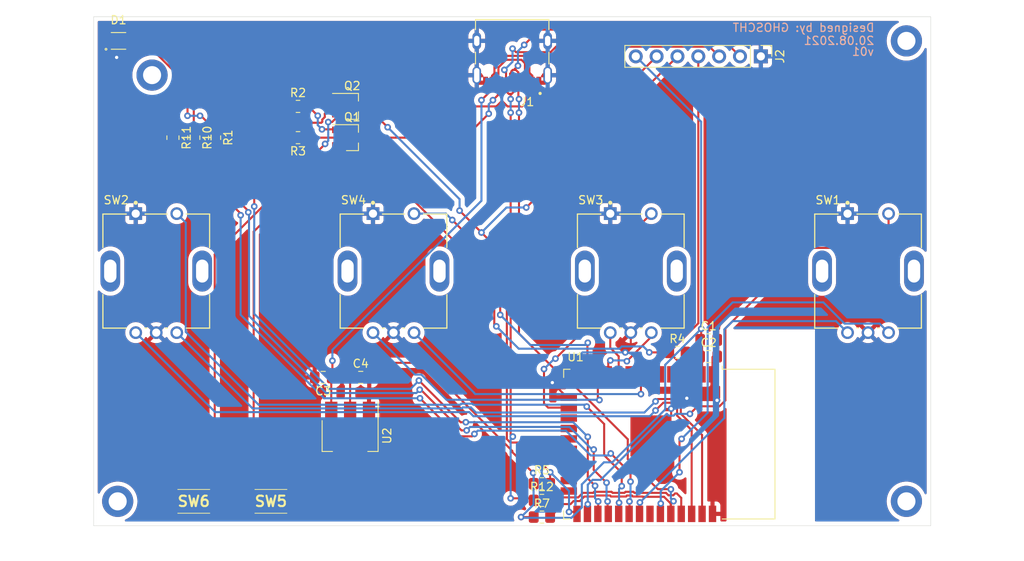
<source format=kicad_pcb>
(kicad_pcb (version 20211014) (generator pcbnew)

  (general
    (thickness 1.6)
  )

  (paper "A4")
  (title_block
    (title "LightControl Console")
    (date "2021-08-19")
    (rev "v01")
    (comment 4 "Author: GHOSCHT")
  )

  (layers
    (0 "F.Cu" signal)
    (31 "B.Cu" signal)
    (32 "B.Adhes" user "B.Adhesive")
    (33 "F.Adhes" user "F.Adhesive")
    (34 "B.Paste" user)
    (35 "F.Paste" user)
    (36 "B.SilkS" user "B.Silkscreen")
    (37 "F.SilkS" user "F.Silkscreen")
    (38 "B.Mask" user)
    (39 "F.Mask" user)
    (40 "Dwgs.User" user "User.Drawings")
    (41 "Cmts.User" user "User.Comments")
    (42 "Eco1.User" user "User.Eco1")
    (43 "Eco2.User" user "User.Eco2")
    (44 "Edge.Cuts" user)
    (45 "Margin" user)
    (46 "B.CrtYd" user "B.Courtyard")
    (47 "F.CrtYd" user "F.Courtyard")
    (48 "B.Fab" user)
    (49 "F.Fab" user)
  )

  (setup
    (pad_to_mask_clearance 0)
    (grid_origin 169.672 108.712)
    (pcbplotparams
      (layerselection 0x00010fc_ffffffff)
      (disableapertmacros false)
      (usegerberextensions true)
      (usegerberattributes true)
      (usegerberadvancedattributes true)
      (creategerberjobfile true)
      (svguseinch false)
      (svgprecision 6)
      (excludeedgelayer true)
      (plotframeref false)
      (viasonmask false)
      (mode 1)
      (useauxorigin false)
      (hpglpennumber 1)
      (hpglpenspeed 20)
      (hpglpendiameter 15.000000)
      (dxfpolygonmode true)
      (dxfimperialunits true)
      (dxfusepcbnewfont true)
      (psnegative false)
      (psa4output false)
      (plotreference true)
      (plotvalue false)
      (plotinvisibletext false)
      (sketchpadsonfab false)
      (subtractmaskfromsilk true)
      (outputformat 1)
      (mirror false)
      (drillshape 0)
      (scaleselection 1)
      (outputdirectory "Gerber/")
    )
  )

  (net 0 "")
  (net 1 "VDD")
  (net 2 "Net-(D1-Pad1)")
  (net 3 "Net-(D1-Pad3)")
  (net 4 "GND")
  (net 5 "VCC")
  (net 6 "RTS")
  (net 7 "DTR")
  (net 8 "Net-(D1-Pad2)")
  (net 9 "EN")
  (net 10 "BOOT")
  (net 11 "Net-(Q1-Pad1)")
  (net 12 "Net-(Q2-Pad1)")
  (net 13 "LEDR")
  (net 14 "LEDG")
  (net 15 "LEDB")
  (net 16 "Net-(R12-Pad2)")
  (net 17 "unconnected-(U1-Pad4)")
  (net 18 "unconnected-(U1-Pad5)")
  (net 19 "unconnected-(U1-Pad6)")
  (net 20 "unconnected-(U1-Pad7)")
  (net 21 "BTN4")
  (net 22 "BTN3")
  (net 23 "BTN2")
  (net 24 "BTN1")
  (net 25 "ENC4B")
  (net 26 "ENC4A")
  (net 27 "ENC3B")
  (net 28 "ENC3A")
  (net 29 "ENC2B")
  (net 30 "ENC2A")
  (net 31 "ENC1B")
  (net 32 "ENC1A")
  (net 33 "TX")
  (net 34 "RX")
  (net 35 "unconnected-(U1-Pad9)")
  (net 36 "unconnected-(U1-Pad14)")
  (net 37 "unconnected-(U1-Pad17)")
  (net 38 "unconnected-(U1-Pad18)")
  (net 39 "unconnected-(U1-Pad19)")
  (net 40 "unconnected-(U1-Pad20)")
  (net 41 "unconnected-(U1-Pad21)")
  (net 42 "unconnected-(U1-Pad22)")
  (net 43 "unconnected-(U1-Pad23)")
  (net 44 "unconnected-(U1-Pad24)")
  (net 45 "unconnected-(U1-Pad32)")

  (footprint "Package_TO_SOT_SMD:SOT-223-3_TabPin2" (layer "F.Cu") (at 126.492 115.824 -90))

  (footprint "MountingHole:MountingHole_2.2mm_M2_DIN965_Pad" (layer "F.Cu") (at 194.272 123.812))

  (footprint "Bourns-PEC11R-4220F-S0012:Bourns-PEC11R-4220F-S0012-MFG" (layer "F.Cu") (at 131.779 95.758))

  (footprint "Resistor_SMD:R_0805_2012Metric_Pad1.20x1.40mm_HandSolder" (layer "F.Cu") (at 120.142 75.692))

  (footprint "Bourns-PEC11R-4220F-S0012:Bourns-PEC11R-4220F-S0012-MFG" (layer "F.Cu") (at 189.597 95.758))

  (footprint "Resistor_SMD:R_0805_2012Metric_Pad1.20x1.40mm_HandSolder" (layer "F.Cu") (at 120.142 79.502 180))

  (footprint "Resistor_SMD:R_0805_2012Metric_Pad1.20x1.40mm_HandSolder" (layer "F.Cu") (at 107.442 79.502 -90))

  (footprint "Connector_PinHeader_2.54mm:PinHeader_1x07_P2.54mm_Vertical" (layer "F.Cu") (at 176.535 69.596 -90))

  (footprint "SKRKAEE020:SKRKAEE020" (layer "F.Cu") (at 116.84 123.812))

  (footprint "SKRKAEE020:SKRKAEE020" (layer "F.Cu") (at 107.442 123.812))

  (footprint "Resistor_SMD:R_0805_2012Metric_Pad1.20x1.40mm_HandSolder" (layer "F.Cu") (at 104.902 79.502 -90))

  (footprint "HRO_TYPE-C-31-M-12:HRO_TYPE-C-31-M-12" (layer "F.Cu") (at 146.24 67.712 180))

  (footprint "Capacitor_SMD:C_0805_2012Metric_Pad1.18x1.45mm_HandSolder" (layer "F.Cu") (at 170.18 104.14))

  (footprint "Resistor_SMD:R_0805_2012Metric_Pad1.20x1.40mm_HandSolder" (layer "F.Cu") (at 166.37 105.664))

  (footprint "Resistor_SMD:R_0805_2012Metric_Pad1.20x1.40mm_HandSolder" (layer "F.Cu") (at 149.86 123.698))

  (footprint "Bourns-PEC11R-4220F-S0012:Bourns-PEC11R-4220F-S0012-MFG" (layer "F.Cu") (at 160.688 95.758))

  (footprint "MountingHole:MountingHole_2.2mm_M2_DIN965_Pad" (layer "F.Cu") (at 102.362 71.882))

  (footprint "Capacitor_SMD:C_0805_2012Metric_Pad1.18x1.45mm_HandSolder" (layer "F.Cu") (at 127.7835 108.712))

  (footprint "Package_TO_SOT_SMD:SOT-23_Handsoldering" (layer "F.Cu") (at 126.746 75.692))

  (footprint "Capacitor_SMD:C_0805_2012Metric_Pad1.18x1.45mm_HandSolder" (layer "F.Cu") (at 170.18 106.172))

  (footprint "Capacitor_SMD:C_0805_2012Metric_Pad1.18x1.45mm_HandSolder" (layer "F.Cu") (at 123.2115 108.712 180))

  (footprint "Resistor_SMD:R_0805_2012Metric_Pad1.20x1.40mm_HandSolder" (layer "F.Cu") (at 149.86 125.73))

  (footprint "MountingHole:MountingHole_2.2mm_M2_DIN965_Pad" (layer "F.Cu") (at 98.172 123.812))

  (footprint "TJ-S1615CY6TGLCCSRGB-A5:TJ-S1615CY6TGLCCSRGB-A5" (layer "F.Cu") (at 98.272 67.712))

  (footprint "RF_Module:ESP32-WROOM-32" (layer "F.Cu") (at 162.39 116.84 -90))

  (footprint "MountingHole:MountingHole_2.2mm_M2_DIN965_Pad" (layer "F.Cu") (at 194.272 67.712))

  (footprint "Package_TO_SOT_SMD:SOT-23_Handsoldering" (layer "F.Cu") (at 126.746 79.502))

  (footprint "Resistor_SMD:R_0805_2012Metric_Pad1.20x1.40mm_HandSolder" (layer "F.Cu") (at 149.86 121.666))

  (footprint "Bourns-PEC11R-4220F-S0012:Bourns-PEC11R-4220F-S0012-MFG" (layer "F.Cu") (at 102.87 95.758))

  (footprint "Resistor_SMD:R_0805_2012Metric_Pad1.20x1.40mm_HandSolder" (layer "F.Cu") (at 109.982 79.502 -90))

  (gr_line (start 197.2425 64.77) (end 197.2425 126.7775) (layer "Edge.Cuts") (width 0.05) (tstamp 00000000-0000-0000-0000-0000611f32bd))
  (gr_line (start 95.2385 64.77) (end 95.2385 126.7775) (layer "Edge.Cuts") (width 0.05) (tstamp 00000000-0000-0000-0000-0000611f32c0))
  (gr_line (start 95.2385 126.7775) (end 197.2425 126.7775) (layer "Edge.Cuts") (width 0.05) (tstamp 00000000-0000-0000-0000-0000611f365d))
  (gr_line (start 197.2425 64.77) (end 95.2385 64.77) (layer "Edge.Cuts") (width 0.05) (tstamp 4e0c64dd-f348-4f5d-bdb3-f38525a89a3b))
  (gr_text "Designed by: GHOSCHT" (at 181.737 66.1035) (layer "B.SilkS") (tstamp 65a8b55e-a85b-43de-a7c0-277e3d0e143e)
    (effects (font (size 1 1) (thickness 0.15)) (justify mirror))
  )
  (gr_text "20.08.2021" (at 186.055 67.691) (layer "B.SilkS") (tstamp 7451c90d-0ac1-4167-b535-6d5bd1a11100)
    (effects (font (size 1 1) (thickness 0.15)) (justify mirror))
  )
  (gr_text "v01" (at 188.976 69.0245) (layer "B.SilkS") (tstamp 75ba5b33-e060-4096-9e03-9e491baa032d)
    (effects (font (size 1 1) (thickness 0.15)) (justify mirror))
  )

  (segment (start 126.746 106.934) (end 135.508296 106.934) (width 0.25) (layer "F.Cu") (net 1) (tstamp 088a22a0-83c0-4b51-b4db-dffc23d49def))
  (segment (start 167.37 105.664) (end 168.6345 105.664) (width 0.25) (layer "F.Cu") (net 1) (tstamp 11f1db68-1da3-4f49-bd4d-e56e0ee7e169))
  (segment (start 148.86 120.420598) (end 148.793078 120.353676) (width 0.25) (layer "F.Cu") (net 1) (tstamp 19c5cc95-d261-4542-9740-21da267af372))
  (segment (start 169.265687 104.016813) (end 169.265687 102.792911) (width 0.25) (layer "F.Cu") (net 1) (tstamp 36c0ead4-4ec6-4dad-9feb-b959a74c0c1c))
  (segment (start 126.746 108.712) (end 126.746 106.934) (width 0.25) (layer "F.Cu") (net 1) (tstamp 3b6ee4ba-c161-4705-93eb-68b08ffcd12c))
  (segment (start 126.492 108.966) (end 126.746 108.712) (width 0.25) (layer "F.Cu") (net 1) (tstamp 4039c8b3-623a-49b0-abaa-3a88398be327))
  (segment (start 126.492 112.674) (end 126.492 108.966) (width 0.25) (layer "F.Cu") (net 1) (tstamp 4cda7d21-5e88-4c92-847e-3dfc21c107e8))
  (segment (start 135.508296 106.934) (end 146.244806 117.67051) (width 0.25) (layer "F.Cu") (net 1) (tstamp 529ecebd-169b-4544-903c-a6499339fe26))
  (segment (start 168.6345 105.664) (end 169.1425 106.172) (width 0.25) (layer "F.Cu") (net 1) (tstamp 6a13c3cb-e364-45cf-8810-62d997a983ad))
  (segment (start 169.375 103.8645) (end 169.1425 103.632) (width 0.25) (layer "F.Cu") (net 1) (tstamp 88c9507a-2a83-4a19-9b2f-063c2ae893b6))
  (segment (start 169.1425 104.14) (end 169.265687 104.016813) (width 0.25) (layer "F.Cu") (net 1) (tstamp b4e390a8-02fb-4d73-a905-dba167c32d82))
  (segment (start 146.244806 117.805404) (end 148.793078 120.353676) (width 0.25) (layer "F.Cu") (net 1) (tstamp c5e51ee8-e1b4-447c-b85d-325a15f38e3b))
  (segment (start 146.244806 117.67051) (end 146.244806 117.805404) (width 0.25) (layer "F.Cu") (net 1) (tstamp cbd6ade4-31a8-4198-9a79-0c612d8f7653))
  (segment (start 148.86 125.73) (end 147.32 125.73) (width 0.25) (layer "F.Cu") (net 1) (tstamp d3b48a45-3ad5-4552-aa1a-78ec1421fd02))
  (segment (start 169.375 108.34) (end 169.375 103.8645) (width 0.25) (layer "F.Cu") (net 1) (tstamp f61df1d2-7448-4572-9971-24b34507306e))
  (segment (start 148.86 121.666) (end 148.86 120.420598) (width 0.25) (layer "F.Cu") (net 1) (tstamp f9cf9621-6ab8-4392-93f6-8aeb1900683a))
  (via (at 147.32 125.73) (size 0.8) (drill 0.4) (layers "F.Cu" "B.Cu") (net 1) (tstamp 18f494b8-168c-45f1-a288-0fba6305b7e0))
  (via (at 169.265687 102.792911) (size 0.8) (drill 0.4) (layers "F.Cu" "B.Cu") (net 1) (tstamp 36f8dd72-a816-4045-b4b5-da054e42e5bb))
  (via (at 148.793078 120.353676) (size 0.8) (drill 0.4) (layers "F.Cu" "B.Cu") (net 1) (tstamp 673a52ef-ef9f-4bc2-bcfb-d4c60400d7a2))
  (segment (start 157.412911 119.057489) (end 158.436807 119.057489) (width 0.25) (layer "B.Cu") (net 1) (tstamp 12c5a4d0-df7e-4d25-82a8-79ba41e376a8))
  (segment (start 148.844 120.404598) (end 148.793078 120.353676) (width 0.25) (layer "B.Cu") (net 1) (tstamp 18a78524-acf9-466a-a4dd-c4a9058090d6))
  (segment (start 158.436807 119.057489) (end 164.883499 112.610797) (width 0.25) (layer "B.Cu") (net 1) (tstamp 26071378-6c14-47d1-92dd-01bb85cdba84))
  (segment (start 147.409501 125.819501) (end 153.462099 125.819501) (width 0.25) (layer "B.Cu") (net 1) (tstamp 28bac2cf-db56-4091-806c-252368e37ab7))
  (segment (start 164.883499 107.175099) (end 169.265687 102.792911) (width 0.25) (layer "B.Cu") (net 1) (tstamp 2c2bb020-4bd8-4d3d-9b20-a435388ab538))
  (segment (start 148.844 124.206) (end 148.844 120.404598) (width 0.25) (layer "B.Cu") (net 1) (tstamp 48f33b10-94cf-4e13-a93b-0548744f9fbf))
  (segment (start 164.883499 112.610797) (end 164.883499 107.175099) (width 0.25) (layer "B.Cu") (net 1) (tstamp 4cc5143c-a23f-478e-a531-bd32851988f6))
  (segment (start 169.265687 77.566687) (end 169.265687 102.792911) (width 0.25) (layer "B.Cu") (net 1) (tstamp 67d23f98-51ae-4548-884a-d1c169d4887a))
  (segment (start 154.723499 121.746901) (end 157.412911 119.057489) (width 0.25) (layer "B.Cu") (net 1) (tstamp ad0561dd-f7bc-4cce-a8cd-6a6aa9e93d82))
  (segment (start 161.295 69.596) (end 169.265687 77.566687) (width 0.25) (layer "B.Cu") (net 1) (tstamp ae0bce18-5b89-44eb-ac7e-737b1843facb))
  (segment (start 147.32 125.73) (end 147.409501 125.819501) (width 0.25) (layer "B.Cu") (net 1) (tstamp baca1873-0d18-435a-8994-c73fa197d062))
  (segment (start 147.32 125.73) (end 148.844 124.206) (width 0.25) (layer "B.Cu") (net 1) (tstamp cbd33141-8b51-4dfc-9b28-384b0f68be5d))
  (segment (start 153.462099 125.819501) (end 154.723499 124.558101) (width 0.25) (layer "B.Cu") (net 1) (tstamp e3c04be6-f3c1-453f-bafc-ee027946d0a6))
  (segment (start 154.723499 124.558101) (end 154.723499 121.746901) (width 0.25) (layer "B.Cu") (net 1) (tstamp f73ec37c-d444-46be-8242-807deb46513d))
  (segment (start 97.247 67.187) (end 96.647489 67.786511) (width 0.25) (layer "F.Cu") (net 2) (tstamp 0abcf740-3ffb-4ab1-982c-adad02fe935a))
  (segment (start 96.647489 67.786511) (end 96.647489 70.247489) (width 0.25) (layer "F.Cu") (net 2) (tstamp 3167db10-c163-453b-9418-211b37e6b38a))
  (segment (start 97.397 67.187) (end 97.247 67.187) (width 0.25) (layer "F.Cu") (net 2) (tstamp c7ce8319-ccb6-458d-8308-9f13935572b9))
  (segment (start 96.647489 70.247489) (end 104.902 78.502) (width 0.25) (layer "F.Cu") (net 2) (tstamp e601fb55-888c-48d6-9af1-cd87e9bacb2f))
  (segment (start 106.68 73.054065) (end 106.68 76.835) (width 0.25) (layer "F.Cu") (net 3) (tstamp 1539d17f-9f51-415a-8178-946cfa8f3b6a))
  (segment (start 108.315 76.835) (end 109.982 78.502) (width 0.25) (layer "F.Cu") (net 3) (tstamp 2a1d8883-e18d-402a-84fc-ad8e85d8795c))
  (segment (start 101.862935 68.237) (end 106.68 73.054065) (width 0.25) (layer "F.Cu") (net 3) (tstamp 376196f1-8fce-4770-9457-b487934b9ed4))
  (segment (start 99.147 68.237) (end 101.862935 68.237) (width 0.25) (layer "F.Cu") (net 3) (tstamp f428de52-b08f-45cf-ae6b-295810639f31))
  (segment (start 108.204 76.835) (end 108.315 76.835) (width 0.25) (layer "F.Cu") (net 3) (tstamp f4c43b34-9a5d-4762-a7e6-dea8c56abec4))
  (via (at 106.68 76.835) (size 0.8) (drill 0.4) (layers "F.Cu" "B.Cu") (net 3) (tstamp 40ac937a-42dd-43fb-b13a-a47e14eaf858))
  (via (at 108.204 76.835) (size 0.8) (drill 0.4) (layers "F.Cu" "B.Cu") (net 3) (tstamp 462f3a13-0050-4845-84df-8be913b4f9b0))
  (segment (start 106.68 76.835) (end 108.204 76.835) (width 0.25) (layer "B.Cu") (net 3) (tstamp c758efbf-7c0f-459a-96c8-1a06bf5265af))
  (segment (start 170.645 109.59) (end 170.645 108.34) (width 0.25) (layer "F.Cu") (net 4) (tstamp 1d41185e-00bf-49cf-b73d-9dd22f2fa181))
  (segment (start 170.645 110.955) (end 171.196 111.506) (width 0.25) (layer "F.Cu") (net 4) (tstamp 3fabc56d-5368-4769-af0d-b070b18b2bc0))
  (segment (start 97.397 68.237) (end 97.397 69.076) (width 0.25) (layer "F.Cu") (net 4) (tstamp 4ab0c4e1-5809-43ab-9183-5ee1cd9bbe85))
  (segment (start 170.645 108.34) (end 170.645 110.955) (width 0.25) (layer "F.Cu") (net 4) (tstamp 5d376d86-8c3c-4fca-9025-9bbc8031d447))
  (segment (start 160.688 104.996) (end 160.688 103.258) (width 0.25) (layer "F.Cu") (net 4) (tstamp 688a8d01-96b6-4fd1-8b70-c7081fc0c2c8))
  (segment (start 160.02 105.664) (end 160.688 104.996) (width 0.25) (layer "F.Cu") (net 4) (tstamp 69e37028-10fb-44ac-b45f-a1dd6ea5709f))
  (segment (start 128.792 112.674) (end 128.792 108.741) (width 0.25) (layer "F.Cu") (net 4) (tstamp 70b95cb7-ef7c-4b9c-b3f9-804760251320))
  (segment (start 128.792 108.741) (end 128.821 108.712) (width 0.25) (layer "F.Cu") (net 4) (tstamp 74d4ed13-1f16-4039-8f5f-23cc99dfbffe))
  (segment (start 167.513 111.252) (end 168.983 111.252) (width 0.25) (layer "F.Cu") (net 4) (tstamp 9459d2d2-d254-4b9a-a4ec-f8308da3f955))
  (segment (start 97.397 69.076) (end 98.044 69.723) (width 0.25) (layer "F.Cu") (net 4) (tstamp a3545a7f-122c-4006-bea4-6da57bddad82))
  (segment (start 171.2175 105.664) (end 171.2175 103.632) (width 0.25) (layer "F.Cu") (net 4) (tstamp aad88616-d05d-4372-a336-311c43e4cd9b))
  (segment (start 165.608 113.377) (end 165.608 112.522) (width 0.25) (layer "F.Cu") (net 4) (tstamp b38f749f-79ab-4cfe-bdaa-f04102426519))
  (segment (start 168.983 111.252) (end 170.645 109.59) (width 0.25) (layer "F.Cu") (net 4) (tstamp b79c6e1c-079c-44aa-ac77-3b7b1658c08e))
  (segment (start 152.908 111.125) (end 151.13 109.347) (width 0.25) (layer "F.Cu") (net 4) (tstamp bc7334a1-8ced-4648-8433-7c3323416bed))
  (segment (start 170.645 108.34) (end 170.645 106.2365) (width 0.25) (layer "F.Cu") (net 4) (tstamp bd2b30b5-614c-410f-bb7c-690817b4a07b))
  (segment (start 153.135 111.125) (end 152.908 111.125) (width 0.25) (layer "F.Cu") (net 4) (tstamp c990f27c-044a-4af5-9ff6-a78efd4d87c8))
  (segment (start 163.145 115.84) (end 165.608 113.377) (width 0.25) (layer "F.Cu") (net 4) (tstamp ce276b62-5ead-4488-a111-a7035216a314))
  (segment (start 170.645 106.2365) (end 171.2175 105.664) (width 0.25) (layer "F.Cu") (net 4) (tstamp d6bb2edc-88a7-4cb8-9bb1-718f1625039b))
  (via (at 165.608 112.522) (size 0.8) (drill 0.4) (layers "F.Cu" "B.Cu") (net 4) (tstamp 6ffe0123-4272-4b17-8f04-027b580bf6c4))
  (via (at 151.13 109.347) (size 0.8) (drill 0.4) (layers "F.Cu" "B.Cu") (net 4) (tstamp 7cca83ff-e73d-4558-9774-41ba4f4a6f5b))
  (via (at 167.513 111.252) (size 0.8) (drill 0.4) (layers "F.Cu" "B.Cu") (net 4) (tstamp 82cd8e01-f235-4947-a9d4-594966b5ddd3))
  (via (at 171.196 111.506) (size 0.8) (drill 0.4) (layers "F.Cu" "B.Cu") (net 4) (tstamp 933a93b2-f702-4f6e-b941-50a831c45a41))
  (via (at 98.044 69.723) (size 0.8) (drill 0.4) (layers "F.Cu" "B.Cu") (net 4) (tstamp cc129bbc-b653-4b94-8044-040d3369ddac))
  (via (at 160.02 105.664) (size 0.8) (drill 0.4) (layers "F.Cu" "B.Cu") (net 4) (tstamp d615a2d4-3155-48a9-85c4-76bf282a34a3))
  (segment (start 165.608 112.522) (end 166.243 112.522) (width 0.25) (layer "B.Cu") (net 4) (tstamp 3cf5bdc1-b600-47a3-a53f-cdb935058bb9))
  (segment (start 151.13 109.347) (end 154.813 105.664) (width 0.25) (layer "B.Cu") (net 4) (tstamp 72a27367-0830-4da6-bb4f-a7df177cc4fe))
  (segment (start 154.813 105.664) (end 160.02 105.664) (width 0.25) (layer "B.Cu") (net 4) (tstamp 9ec3eb52-92e6-4df9-99df-b3bc71830dd4))
  (segment (start 166.243 112.522) (end 167.513 111.252) (width 0.25) (layer "B.Cu") (net 4) (tstamp ca41a3b4-ce4c-45dc-b498-297651b3d618))
  (segment (start 124.333 106.68) (end 124.333 108.628) (width 0.25) (layer "F.Cu") (net 5) (tstamp 25879aeb-b3ee-4606-b745-e746f4f8ecea))
  (segment (start 148.69 71.946629) (end 148.69 72.807) (width 0.25) (layer "F.Cu") (net 5) (tstamp 2f8205bf-b0c2-4453-935c-94f654641bb7))
  (segment (start 148.149031 69.536031) (end 148.336 69.723) (width 0.25) (layer "F.Cu") (net 5) (tstamp 3d92e49d-acdb-45f4-979c-3989d737aa55))
  (segment (start 148.336 71.592629) (end 148.69 71.946629) (width 0.25) (layer "F.Cu") (net 5) (tstamp 4430538c-ce60-40c1-aa31-8fe26b2a478d))
  (segment (start 124.333 108.628) (end 124.249 108.712) (width 0.25) (layer "F.Cu") (net 5) (tstamp 536f2431-911f-4923-8cf7-d1071fdb43fa))
  (segment (start 143.79 73.634) (end 142.494 74.93) (width 0.25) (layer "F.Cu") (net 5) (tstamp 671af102-bf2d-45d8-9160-0cc1aa54ad77))
  (segment (start 148.764511 73.856511) (end 148.69 73.782) (width 0.25) (layer "F.Cu") (net 5) (tstamp 703ffce5-42be-4743-b507-cad291f69103))
  (segment (start 124.192 108.769) (end 124.249 108.712) (width 0.25) (layer "F.Cu") (net 5) (tstamp 773f0651-7335-4b51-8541-72b2052881b7))
  (segment (start 148.69 73.782) (end 148.69 72.807) (width 0.25) (layer "F.Cu") (net 5) (tstamp 782f3c1d-303e-4a4a-9239-f1fb094dcf90))
  (segment (start 144.074521 71.662108) (end 144.074521 69.793479) (width 0.25) (layer "F.Cu") (net 5) (tstamp 7dd2a392-b08f-4435-af44-f5afe3575065))
  (segment (start 163.835 69.596) (end 159.574489 73.856511) (width 0.25) (layer "F.Cu") (net 5) (tstamp 7e13f7b6-30b9-4395-96ac-aee68d7ab483))
  (segment (start 124.192 112.674) (end 124.192 108.769) (width 0.25) (layer "F.Cu") (net 5) (tstamp 832704f3-7f3c-4099-bf62-a6fd1e5d7fff))
  (segment (start 144.331969 69.536031) (end 148.149031 69.536031) (width 0.25) (layer "F.Cu") (net 5) (tstamp 857aae66-d8e8-481f-a7fc-40fec5207c3a))
  (segment (start 143.79 72.807) (end 143.79 73.634) (width 0.25) (layer "F.Cu") (net 5) (tstamp 8ceaf500-4f39-4dce-8a8e-56e2511f9db3))
  (segment (start 148.336 69.723) (end 148.336 71.592629) (width 0.25) (layer "F.Cu") (net 5) (tstamp 90140a8a-2e43-4ffb-b090-44503fe1ba4e))
  (segment (start 143.79 71.946629) (end 144.074521 71.662108) (width 0.25) (layer "F.Cu") (net 5) (tstamp 935ae97a-b69a-46b5-9cc9-54f1fe1c45d9))
  (segment (start 159.574489 73.856511) (end 148.764511 73.856511) (width 0.25) (layer "F.Cu") (net 5) (tstamp a8dd0adc-f647-4e46-a325-13a6f4e6bbd6))
  (segment (start 143.79 72.807) (end 143.79 71.946629) (width 0.25) (layer "F.Cu") (net 5) (tstamp d52f7394-0eb4-4ebc-88f8-9b877801dd86))
  (segment (start 144.074521 69.793479) (end 144.331969 69.536031) (width 0.25) (layer "F.Cu") (net 5) (tstamp f1456383-702e-4d6d-892b-fe0ef26adb91))
  (via (at 142.494 74.93) (size 0.8) (drill 0.4) (layers "F.Cu" "B.Cu") (net 5) (tstamp 702434ec-51f9-4735-b452-0ab101ef60a3))
  (via (at 124.333 106.68) (size 0.8) (drill 0.4) (layers "F.Cu" "B.Cu") (net 5) (tstamp 714d2dc4-8a07-4768-bc1d-69b407a5abf4))
  (segment (start 142.494 87.187004) (end 124.333 105.348004) (width 0.25) (layer "B.Cu") (net 5) (tstamp 0396b644-f490-42d7-b7f1-1990d2a07aa1))
  (segment (start 142.494 74.93) (end 142.494 87.187004) (width 0.25) (layer "B.Cu") (net 5) (tstamp 7fcb07a8-8190-4e2f-b42b-30c14ae474fb))
  (segment (start 124.333 105.348004) (end 124.333 106.68) (width 0.25) (layer "B.Cu") (net 5) (tstamp f5d661b4-4623-43e9-9824-e35d80d65125))
  (segment (start 147.49 71.7206) (end 147.49 72.807) (width 0.25) (layer "F.Cu") (net 6) (tstamp 586f53cc-17d0-425c-97ff-10906f0e41b0))
  (segment (start 147.366099 70.014499) (end 147.790501 70.438901) (width 0.25) (layer "F.Cu") (net 6) (tstamp 637350d7-0805-4150-8131-c8ca1603b957))
  (segment (start 143.891 74.93) (end 144.49 74.331) (width 0.25) (layer "F.Cu") (net 6) (tstamp 676b52ea-c195-43a7-8a6f-6a63eb0434b3))
  (segment (start 140.462 79.502) (end 143.383 76.581) (width 0.25) (layer "F.Cu") (net 6) (tstamp 874dd9ac-6139-4cb5-81f8-e09b9f53e954))
  (segment (start 144.49 71.882333) (end 144.563499 71.808834) (width 0.25) (layer "F.Cu") (net 6) (tstamp 987924be-d2b4-421d-b1b6-e6e6ebb1523e))
  (segment (start 144.49 74.331) (end 144.49 72.807) (width 0.25) (layer "F.Cu") (net 6) (tstamp 9b46ff27-a2ac-4c8e-a4df-33459b46ed11))
  (segment (start 121.142 79.502) (end 128.246 79.502) (width 0.25) (layer "F.Cu") (net 6) (tstamp a907fd8c-ce56-41a7-8c16-efc74adbc1bc))
  (segment (start 128.246 79.502) (end 140.462 79.502) (width 0.25) (layer "F.Cu") (net 6) (tstamp b01a61a4-5c75-4ef2-8038-08ff15335a71))
  (segment (start 147.790501 70.438901) (end 147.790501 71.420099) (width 0.25) (layer "F.Cu") (net 6) (tstamp b958a450-7530-40f2-83d3-e75024a14ace))
  (segment (start 144.563499 70.946901) (end 145.495901 70.014499) (width 0.25) (layer "F.Cu") (net 6) (tstamp c135b54d-b979-4b06-8bbd-fc58dc437a95))
  (segment (start 147.790501 71.420099) (end 147.49 71.7206) (width 0.25) (layer "F.Cu") (net 6) (tstamp c92f7ed3-75a4-4c73-9553-cd4e18ec68c8))
  (segment (start 145.495901 70.014499) (end 147.366099 70.014499) (width 0.25) (layer "F.Cu") (net 6) (tstamp d13907e4-d584-4cdd-948e-af0a70fd8c21))
  (segment (start 144.49 72.807) (end 144.49 71.882333) (width 0.25) (layer "F.Cu") (net 6) (tstamp d8dba0fb-e7e4-4625-a276-a5db0f18bf41))
  (segment (start 144.563499 71.808834) (end 144.563499 70.946901) (width 0.25) (layer "F.Cu") (net 6) (tstamp dbe7570f-05a7-4853-90ff-2a913a85592a))
  (via (at 143.891 74.93) (size 0.8) (drill 0.4) (layers "F.Cu" "B.Cu") (net 6) (tstamp 0b9164b3-fe59-4e29-9217-48f5d1687a09))
  (via (at 143.383 76.581) (size 0.8) (drill 0.4) (layers "F.Cu" "B.Cu") (net 6) (tstamp dec82576-74e1-4d1b-8645-a6f0fda04261))
  (segment (start 143.383 76.581) (end 143.383 75.438) (width 0.25) (layer "B.Cu") (net 6) (tstamp 5ceeec7b-80d7-4a83-8507-816e0333014e))
  (segment (start 143.383 75.438) (end 143.891 74.93) (width 0.25) (layer "B.Cu") (net 6) (tstamp 955bd763-b36e-4ab3-8ed2-391a94698d3b))
  (segment (start 119.142 75.692) (end 120.816511 74.017489) (width 0.25) (layer "F.Cu") (net 7) (tstamp 143ed33d-9e8e-4645-88ee-6b155c9f4b4a))
  (segment (start 144.311 75.692) (end 144.99 75.013) (width 0.25) (layer "F.Cu") (net 7) (tstamp 1722ac7d-d54b-4103-a50c-a8f9f658ce92))
  (segment (start 144.99 72.807) (end 144.99 75.013) (width 0.25) (layer "F.Cu") (net 7) (tstamp 22bac768-9dea-4488-97b4-94a38da1de80))
  (segment (start 120.816511 74.017489) (end 126.571489 74.017489) (width 0.25) (layer "F.Cu") (net 7) (tstamp 26422f7f-0a6e-41a9-8d17-5f91fcaeb141))
  (segment (start 128.246 75.692) (end 144.311 75.692) (width 0.25) (layer "F.Cu") (net 7) (tstamp 76ca2d8a-3b9c-40e5-ad1d-14e0a50d4470))
  (segment (start 144.99 75.013) (end 145.669 75.692) (width 0.25) (layer "F.Cu") (net 7) (tstamp 76dbace7-e34e-4a26-aee1-5a4aa6f60f99))
  (segment (start 147.447 75.692) (end 147.99 75.149) (width 0.25) (layer "F.Cu") (net 7) (tstamp 94babe6b-4807-4542-a2d9-19a49b69ed94))
  (segment (start 126.571489 74.017489) (end 128.246 75.692) (width 0.25) (layer "F.Cu") (net 7) (tstamp aedb664c-46aa-4cb3-9e11-10f6e437d14a))
  (segment (start 147.99 75.149) (end 147.99 72.807) (width 0.25) (layer "F.Cu") (net 7) (tstamp cdbd66e5-8cec-48db-b8bf-2fe444382aef))
  (segment (start 145.669 75.692) (end 147.447 75.692) (width 0.25) (layer "F.Cu") (net 7) (tstamp f8e9fb03-50e8-4641-8ffc-e8290b35c12d))
  (segment (start 101.448639 67.187) (end 107.442 73.180361) (width 0.25) (layer "F.Cu") (net 8) (tstamp 30224f6e-2d91-40e3-b299-b88771ca2366))
  (segment (start 107.442 73.180361) (end 107.442 78.502) (width 0.25) (layer "F.Cu") (net 8) (tstamp cab0095c-a329-4b90-975f-6fe345320c85))
  (segment (start 99.147 67.187) (end 101.448639 67.187) (width 0.25) (layer "F.Cu") (net 8) (tstamp e20b88d7-b22c-40c5-bfee-bb5052d62dcd))
  (segment (start 168.105 107.09) (end 168.105 108.34) (width 0.25) (layer "F.Cu") (net 9) (tstamp 40be6e20-3bbe-4193-aa41-6e53bc3fd9c1))
  (segment (start 168.915 102.119) (end 165.37 105.664) (width 0.25) (layer "F.Cu") (net 9) (tstamp 43771369-3a0f-4a77-95be-41c74c61629c))
  (segment (start 127.527944 80.452) (end 144.055499 96.979555) (width 0.25) (layer "F.Cu") (net 9) (tstamp 48bb37bc-56c9-4bd9-906b-077417e2f6eb))
  (segment (start 166.39452 106.68852) (end 167.70352 106.68852) (width 0.25) (layer "F.Cu") (net 9) (tstamp 7ba00045-85a5-49e8-a168-105bacded06f))
  (segment (start 144.055499 102.234999) (end 144.3095 102.489) (width 0.25) (layer "F.Cu") (net 9) (tstamp 93dfb4c1-178e-4371-82d2-a55b7a918ced))
  (segment (start 167.70352 106.68852) (end 168.105 107.09) (width 0.25) (layer "F.Cu") (net 9) (tstamp 99cc5bd8-4116-4466-92bf-8c0b96a43d88))
  (segment (start 162.941 105.664) (end 165.37 105.664) (width 0.25) (layer "F.Cu") (net 9) (tstamp a1643ffb-e1c7-4666-beac-92544dcd87df))
  (segment (start 144.055499 96.979555) (end 144.055499 102.234999) (width 0.25) (layer "F.Cu") (net 9) (tstamp aa4f0ba9-439d-47aa-8cd9-8036a0fca7c9))
  (segment (start 168.915 69.596) (end 168.915 102.119) (width 0.25) (layer "F.Cu") (net 9) (tstamp b5c2673a-56b0-4878-8b3d-7c7315da3ae2))
  (segment (start 125.246 80.452) (end 127.527944 80.452) (width 0.25) (layer "F.Cu") (net 9) (tstamp b87748fd-a744-4823-8925-d05e8bc9b6d3))
  (segment (start 114.74 90.958) (end 114.74 123.812) (width 0.25) (layer "F.Cu") (net 9) (tstamp e0fd1ee2-04ac-4de8-8b95-4f1e5751ce0d))
  (segment (start 165.37 105.664) (end 166.39452 106.68852) (width 0.25) (layer "F.Cu") (net 9) (tstamp e5b3f06f-0ea6-4171-a883-438d1984ea04))
  (segment (start 125.246 80.452) (end 114.74 90.958) (width 0.25) (layer "F.Cu") (net 9) (tstamp f708d326-b2e8-4907-a15e-1483c83ae139))
  (via (at 144.3095 102.489) (size 0.8) (drill 0.4) (layers "F.Cu" "B.Cu") (net 9) (tstamp c79e664f-5047-4a5e-b89a-62f46637a33d))
  (via (at 162.941 105.664) (size 0.8) (drill 0.4) (layers "F.Cu" "B.Cu") (net 9) (tstamp ca69a730-f984-468f-9e41-48e3d9ac8adc))
  (segment (start 162.216499 104.939499) (end 159.592901 104.939499) (width 0.25) (layer "B.Cu") (net 9) (tstamp 03754deb-09ec-4fc0-8a35-53d1cd2dc260))
  (segment (start 162.941 105.664) (end 162.216499 104.939499) (width 0.25) (layer "B.Cu") (net 9) (tstamp 7b2b9810-94bd-4f16-b113-f3de12f51a14))
  (segment (start 159.592901 104.939499) (end 159.31791 105.21449) (width 0.25) (layer "B.Cu") (net 9) (tstamp 8720189a-ba44-493f-8a68-874cad595cc7))
  (segment (start 159.31791 105.21449) (end 147.03499 105.21449) (width 0.25) (layer "B.Cu") (net 9) (tstamp aa26e442-c86b-4ceb-80aa-75f6b1bd05c9))
  (segment (start 147.03499 105.21449) (end 144.3095 102.489) (width 0.25) (layer "B.Cu") (net 9) (tstamp e994e8d3-4fd0-45c9-a069-183f214d0d00))
  (segment (start 146.012122 116.648022) (end 147.255022 116.648022) (width 0.25) (layer "F.Cu") (net 10) (tstamp 10c4ff6a-da19-418e-bb70-84886c297f4b))
  (segment (start 145.58772 94.15272) (end 145.58772 116.22362) (width 0.25) (layer "F.Cu") (net 10) (tstamp 18cd8069-006d-4344-9db6-059dfea644ab))
  (segment (start 142.494 91.059) (end 145.58772 94.15272) (width 0.25) (layer "F.Cu") (net 10) (tstamp 1c42ed20-931e-48cf-a397-f52e9a1d8de9))
  (segment (start 153.162 125.095) (end 153.89 125.095) (width 0.25) (layer "F.Cu") (net 10) (tstamp 1cbd2581-876b-41ac-afe7-787b1c053faa))
  (segment (start 125.246 76.642) (end 129.474 76.642) (width 0.25) (layer "F.Cu") (net 10) (tstamp 1e815f70-a39c-40f6-8c01-75628ccb2ee6))
  (segment (start 129.474 76.642) (end 131.064 78.232) (width 0.25) (layer "F.Cu") (net 10) (tstamp 21fd534d-c461-4b45-81b0-fd06d8284fab))
  (segment (start 109.99452 119.15948) (end 109.99452 93.72208) (width 0.25) (layer "F.Cu") (net 10) (tstamp 261f3ab6-fba7-4874-9825-527bd6c2528f))
  (segment (start 124.291 77.597) (end 125.246 76.642) (width 0.25) (layer "F.Cu") (net 10) (tstamp 4892fc57-3d67-4bd0-97ca-d0abda4e9acb))
  (segment (start 123.825 77.597) (end 124.291 77.597) (width 0.25) (layer "F.Cu") (net 10) (tstamp 4ff3353c-603b-407a-878b-c2a3c7b07414))
  (segment (start 147.255022 116.648022) (end 150.876 120.269) (width 0.25) (layer "F.Cu") (net 10) (tstamp 519b7705-18d3-4980-9365-bce398f88434))
  (segment (start 139.827 88.392) (end 142.494 91.059) (width 0.25) (layer "F.Cu") (net 10) (tstamp 6891ccdd-be7c-407f-a455-8c98eb62e127))
  (segment (start 109.99452 93.72208) (end 123.444 80.2726) (width 0.25) (layer "F.Cu") (net 10) (tstamp 72fad22f-1052-4af8-9f52-f8c237e6ccfa))
  (segment (start 153.89 125.095) (end 154.135 125.34) (width 0.25) (layer "F.Cu") (net 10) (tstamp 83e0c9b5-283b-4771-9158-a56e6195e6fd))
  (segment (start 145.58772 116.22362) (end 146.012122 116.648022) (width 0.25) (layer "F.Cu") (net 10) (tstamp 84d4e849-82d4-423b-95b7-9c7e89c3c290))
  (segment (start 166.375 69.596) (end 147.96 88.011) (width 0.25) (layer "F.Cu") (net 10) (tstamp 8c31029c-2e61-4861-ae19-d989512db91a))
  (segment (start 105.342 123.812) (end 109.99452 119.15948) (width 0.25) (layer "F.Cu") (net 10) (tstamp 9f618f99-e74e-45a6-8848-67cc0a8fc0ec))
  (segment (start 123.444 80.2726) (end 123.444 80.264) (width 0.25) (layer "F.Cu") (net 10) (tstamp ce79c314-6d75-411f-85b4-f82b79fd1905))
  (segment (start 150.86 121.666) (end 150.86 120.285) (width 0.25) (layer "F.Cu") (net 10) (tstamp d312b717-d00c-44a3-8703-8155d0a4ef8f))
  (segment (start 150.86 120.285) (end 150.876 120.269) (width 0.25) (layer "F.Cu") (net 10) (tstamp ebc484be-6648-4e9c-9054-bab0efba298a))
  (segment (start 147.96 88.011) (end 147.955 88.011) (width 0.25) (layer "F.Cu") (net 10) (tstamp f0794f2a-67ef-4306-b9d1-317a7a80d638))
  (via (at 153.162 125.095) (size 0.8) (drill 0.4) (layers "F.Cu" "B.Cu") (net 10) (tstamp 0d63d533-c102-4e18-8909-344e60a9aaaf))
  (via (at 142.494 91.059) (size 0.8) (drill 0.4) (layers "F.Cu" "B.Cu") (net 10) (tstamp 3b69364a-d88b-4bd9-8f9f-078b7174fc89))
  (via (at 131.064 78.232) (size 0.8) (drill 0.4) (layers "F.Cu" "B.Cu") (net 10) (tstamp 6b3100e1-6a1b-42d7-b33c-a600265924b2))
  (via (at 147.955 88.011) (size 0.8) (drill 0.4) (layers "F.Cu" "B.Cu") (net 10) (tstamp 9b148aab-ab55-456a-ab43-d18d85be9d94))
  (via (at 123.825 77.597) (size 0.8) (drill 0.4) (layers "F.Cu" "B.Cu") (net 10) (tstamp acfd454d-0fc1-4c5f-80b5-64a458e16b10))
  (via (at 123.444 80.264) (size 0.8) (drill 0.4) (layers "F.Cu" "B.Cu") (net 10) (tstamp bc109b48-31e7-4a3c-9a2f-226699d2504c))
  (via (at 150.876 120.269) (size 0.8) (drill 0.4) (layers "F.Cu" "B.Cu") (net 10) (tstamp cc020729-a9cd-41e4-893f-cd964201f752))
  (via (at 139.827 88.392) (size 0.8) (drill 0.4) (layers "F.Cu" "B.Cu") (net 10) (tstamp e0eb39bf-6d55-4c09-9c47-07a6203ecc48))
  (segment (start 123.825 79.883) (end 123.825 77.597) (width 0.25) (layer "B.Cu") (net 10) (tstamp 26794d21-9eba-4826-99a2-d9b5fb5fb572))
  (segment (start 147.955 88.011) (end 145.542 88.011) (width 0.25) (layer "B.Cu") (net 10) (tstamp 4edde2a9-5d1f-4123-998a-ed2834479d46))
  (segment (start 145.542 88.011) (end 142.494 91.059) (width 0.25) (layer "B.Cu") (net 10) (tstamp 554893ad-99ea-45be-8076-1b0073e86ec5))
  (segment (start 139.827 86.995) (end 139.827 88.392) (width 0.25) (layer "B.Cu") (net 10) (tstamp 84d8c3ee-7a18-4f72-8aae-0955f59f15c3))
  (segment (start 153.162 122.555) (end 153.162 125.095) (width 0.25) (layer "B.Cu") (net 10) (tstamp 93e4b797-c9d7-430b-aafe-bbcbd4dd5063))
  (segment (start 131.064 78.232) (end 139.827 86.995) (width 0.25) (layer "B.Cu") (net 10) (tstamp a0803f38-3477-4c90-bff8-757a81d582ce))
  (segment (start 150.876 120.269) (end 153.162 122.555) (width 0.25) (layer "B.Cu") (net 10) (tstamp b8f80b44-aab6-408d-b30e-51287e84257c))
  (segment (start 123.444 80.264) (end 123.825 79.883) (width 0.25) (layer "B.Cu") (net 10) (tstamp d5e41878-e68f-402c-a598-08a7146c51e0))
  (segment (start 123.063 78.486) (end 125.18 78.486) (width 0.25) (layer "F.Cu") (net 11) (tstamp 4806cc11-ef46-48bf-bd93-3c16f4093516))
  (segment (start 125.18 78.486) (end 125.246 78.552) (width 0.25) (layer "F.Cu") (net 11) (tstamp 4b037718-4927-495e-ba46-e2da56174a43))
  (segment (start 121.142 75.692) (end 121.410864 75.692) (width 0.25) (layer "F.Cu") (net 11) (tstamp bd060bec-4a2d-44cc-97a8-b133b5a4b5d7))
  (segment (start 121.410864 75.692) (end 122.547587 76.828723) (width 0.25) (layer "F.Cu") (net 11) (tstamp d301d753-9ec2-4aba-9bcb-2a5d2077aece))
  (via (at 122.547587 76.828723) (size 0.8) (drill 0.4) (layers "F.Cu" "B.Cu") (net 11) (tstamp 5eaa3418-aec3-4c0f-a07e-f907e7d3ed2a))
  (via (at 123.063 78.486) (size 0.8) (drill 0.4) (layers "F.Cu" "B.Cu") (net 11) (tstamp 96d1f4ff-84d1-4658-8eca-f1ae05c9e6fb))
  (segment (start 122.547587 77.970587) (end 122.547587 76.828723) (width 0.25) (layer "B.Cu") (net 11) (tstamp b73adebe-7a29-445c-8604-811dc8567164))
  (segment (start 123.063 78.486) (end 122.547587 77.970587) (width 0.25) (layer "B.Cu") (net 11) (tstamp e52b3a55-7575-4aed-98da-4a2a9c24d962))
  (segment (start 123.406501 76.990899) (end 123.406501 76.581499) (width 0.25) (layer "F.Cu") (net 12) (tstamp 434cc519-f5bb-4f79-8edb-92bb96998c8b))
  (segment (start 123.406501 76.581499) (end 125.246 74.742) (width 0.25) (layer "F.Cu") (net 12) (tstamp 69884a0b-c9c4-4511-b292-6c1f01159160))
  (segment (start 122.982099 77.686501) (end 123.100499 77.568101) (width 0.25) (layer "F.Cu") (net 12) (tstamp 745e3887-4ce8-431a-b906-ee43d7f8b312))
  (segment (start 120.957499 77.686501) (end 122.982099 77.686501) (width 0.25) (layer "F.Cu") (net 12) (tstamp 8e8366a9-9ec4-44c1-825c-1fbab9689599))
  (segment (start 123.100499 77.568101) (end 123.100499 77.296901) (width 0.25) (layer "F.Cu") (net 12) (tstamp 9cb163b0-3bd2-43fd-a1dc-d77e644d0493))
  (segment (start 119.142 79.502) (end 120.957499 77.686501) (width 0.25) (layer "F.Cu") (net 12) (tstamp dae1301c-e08d-4d4e-833e-8c74ce0f5fdb))
  (segment (start 123.100499 77.296901) (end 123.406501 76.990899) (width 0.25) (layer "F.Cu") (net 12) (tstamp fc6ea99e-28ca-42a4-9f87-3de4fc980a32))
  (segment (start 134.874 109.093) (end 139.954 114.173) (width 0.25) (layer "F.Cu") (net 13) (tstamp 3ec4f55f-bef3-422e-b718-bc5eda932e36))
  (segment (start 109.982 80.502) (end 114.808 85.328) (width 0.25) (layer "F.Cu") (net 13) (tstamp 517b8aa5-745a-4357-b099-c78c18d194f1))
  (segment (start 156.718 125.297) (end 156.675 125.34) (width 0.25) (layer "F.Cu") (net 13) (tstamp 5c8b17ee-2500-4644-8e6b-75cac6300f1b))
  (segment (start 156.718 123.825) (end 156.718 125.297) (width 0.25) (layer "F.Cu") (net 13) (tstamp 6d10fba4-689e-4192-9e0c-3f66df9e72f7))
  (segment (start 114.808 85.328) (end 114.808 87.884) (width 0.25) (layer "F.Cu") (net 13) (tstamp 6fb2a573-5fa4-4d1a-88e6-416f44708e58))
  (segment (start 155.448 121.031) (end 156.337 121.92) (width 0.25) (layer "F.Cu") (net 13) (tstamp 762e967e-f3e8-4a11-8dcc-64705e25e38d))
  (segment (start 155.448 115.951) (end 155.448 121.031) (width 0.25) (layer "F.Cu") (net 13) (tstamp 993808e4-bd14-4c34-8439-20948ca3164e))
  (segment (start 139.954 114.173) (end 140.589 114.173) (width 0.25) (layer "F.Cu") (net 13) (tstamp dcb2266b-1a6c-4bb2-a1c3-00683abf75bc))
  (via (at 156.337 121.92) (size 0.8) (drill 0.4) (layers "F.Cu" "B.Cu") (net 13) (tstamp 04e7aa2b-8863-4b1f-b3df-27c73407590f))
  (via (at 140.589 114.173) (size 0.8) (drill 0.4) (layers "F.Cu" "B.Cu") (net 13) (tstamp 0fac5afa-f39a-4507-b0a1-08a07ccb00c5))
  (via (at 155.448 115.951) (size 0.8) (drill 0.4) (layers "F.Cu" "B.Cu") (net 13) (tstamp 31fac974-1895-4330-96d2-4f894459361f))
  (via (at 114.808 87.884) (size 0.8) (drill 0.4) (layers "F.Cu" "B.Cu") (net 13) (tstamp 4710a338-8335-4f01-b4b9-d841637d286f))
  (via (at 156.718 123.825) (size 0.8) (drill 0.4) (layers "F.Cu" "B.Cu") (net 13) (tstamp 8920bb7d-9227-425e-9284-48087c818c7c))
  (via (at 134.874 109.093) (size 0.8) (drill 0.4) (layers "F.Cu" "B.Cu") (net 13) (tstamp e9ac8ed2-8e1a-4e82-9592-666058848558))
  (segment (start 153.67 114.173) (end 155.448 115.951) (width 0.25) (layer "B.Cu") (net 13) (tstamp 0c834ce2-4b86-46a3-9d3f-5f397e4d410a))
  (segment (start 133.858 110.109) (end 134.874 109.093) (width 0.25) (layer "B.Cu") (net 13) (tstamp 18bb02c2-970e-4107-9517-9b1fd917ef47))
  (segment (start 156.337 123.444) (end 156.718 123.825) (width 0.25) (layer "B.Cu") (net 13) (tstamp 1b56494b-3394-4bfa-baff-449ad96de17f))
  (segment (start 140.589 114.173) (end 153.67 114.173) (width 0.25) (layer "B.Cu") (net 13) (tstamp 6333fc46-f874-4e43-a3d8-cbe7174afdb2))
  (segment (start 156.337 121.92) (end 156.337 123.444) (width 0.25) (layer "B.Cu") (net 13) (tstamp 75484649-ecb5-4a22-ae97-1fe0003e8131))
  (segment (start 133.731 110.109) (end 133.858 110.109) (width 0.25) (layer "B.Cu") (net 13) (tstamp 7cfa798e-69fb-4098-b108-5dd9e370b8d7))
  (segment (start 114.808 100.965) (end 115.062 101.219) (width 0.25) (layer "B.Cu") (net 13) (tstamp b2350f4a-9ed9-4723-97a5-cfc82fecae5b))
  (segment (start 114.808 87.884) (end 114.808 100.965) (width 0.25) (layer "B.Cu") (net 13) (tstamp d703b590-9a32-4fdd-8b55-ba9cd224057e))
  (segment (start 115.062 101.219) (end 123.952 110.109) (width 0.25) (layer "B.Cu") (net 13) (tstamp fb2f978a-43e5-4a27-ade0-ae23e2b4aadc))
  (segment (start 123.952 110.109) (end 133.731 110.109) (width 0.25) (layer "B.Cu") (net 13) (tstamp fc80af28-357a-4529-9223-df5d6dcb0ba8))
  (segment (start 140.05935 115.16735) (end 140.690363 115.16735) (width 0.25) (layer "F.Cu") (net 14) (tstamp 15a8e554-1a0d-4dce-b2ac-1e552fcada9b))
  (segment (start 157.861 123.825) (end 157.861 125.256) (width 0.25) (layer "F.Cu") (net 14) (tstamp 1f2f6f9b-45d0-414b-9de5-bd4b91c461ec))
  (segment (start 157.861 125.256) (end 157.945 125.34) (width 0.25) (layer "F.Cu") (net 14) (tstamp 742e360c-441a-4c5b-826e-cec2a9fec40e))
  (segment (start 107.442 80.502) (end 107.442 81.788) (width 0.25) (layer "F.Cu") (net 14) (tstamp 98befa34-a029-4d83-9ae6-8c79f02fd721))
  (segment (start 134.967132 110.21073) (end 135.10273 110.21073) (width 0.25) (layer "F.Cu") (net 14) (tstamp bdc604f7-705e-4a1a-81bf-14827d4116a3))
  (segment (start 156.1725 119.9775) (end 156.1725 117.498204) (width 0.25) (layer "F.Cu") (net 14) (tstamp be198342-d760-486a-b2ef-26ea05d4663b))
  (segment (start 114.0835 88.4295) (end 114.0835 88.590755) (width 0.25) (layer "F.Cu") (net 14) (tstamp d2e049ed-f36a-4e56-ba35-bd1d7122b4b1))
  (segment (start 157.734 121.539) (end 156.1725 119.9775) (width 0.25) (layer "F.Cu") (net 14) (tstamp d8e7d237-8022-45a0-884e-bb09598ca018))
  (segment (start 107.442 81.788) (end 114.0835 88.4295) (width 0.25) (layer "F.Cu") (net 14) (tstamp db7a3d70-55c2-4d84-a880-36fe4c030b1b))
  (segment (start 135.10273 110.21073) (end 140.05935 115.16735) (width 0.25) (layer "F.Cu") (net 14) (tstamp fddb3d75-f603-47f7-999f-f82f36bfb705))
  (via (at 140.690363 115.16735) (size 0.8) (drill 0.4) (layers "F.Cu" "B.Cu") (net 14) (tstamp 5b52eca5-db1c-4db0-9425-5f562a347b43))
  (via (at 134.967132 110.21073) (size 0.8) (drill 0.4) (layers "F.Cu" "B.Cu") (net 14) (tstamp 7e2982d8-e35d-4b66-85e2-eb3e241fed2d))
  (via (at 156.1725 117.498204) (size 0.8) (drill 0.4) (layers "F.Cu" "B.Cu") (net 14) (tstamp a47f7f24-dff3-4de1-a311-b3138c6fb205))
  (via (at 114.0835 88.590755) (size 0.8) (drill 0.4) (layers "F.Cu" "B.Cu") (net 14) (tstamp b086deff-250b-4d33-bdd0-6f63d685664b))
  (via (at 157.861 123.825) (size 0.8) (drill 0.4) (layers "F.Cu" "B.Cu") (net 14) (tstamp c30a9a31-0240-45d8-8ba7-3e9051ae66df))
  (via (at 157.734 121.539) (size 0.8) (drill 0.4) (layers "F.Cu" "B.Cu") (net 14) (tstamp d47394a4-2746-4e8b-b13d-d6b32682c8ea))
  (segment (start 157.734 121.539) (end 157.734 123.698) (width 0.25) (layer "B.Cu") (net 14) (tstamp 168a891b-ce35-4a8a-b52d-31c3b093be6f))
  (segment (start 114.0835 88.590755) (end 114.173 88.680255) (width 0.25) (layer "B.Cu") (net 14) (tstamp 60193d49-1cdb-4518-9425-b3ecc9be4d93))
  (segment (start 157.734 123.698) (end 157.861 123.825) (width 0.25) (layer "B.Cu") (net 14) (tstamp 66ae1907-5d76-4074-be87-62dd25ce152b))
  (segment (start 134.560862 110.617) (end 134.967132 110.21073) (width 0.25) (layer "B.Cu") (net 14) (tstamp 6b16f895-7ca8-4734-a9c6-39c3826d5347))
  (segment (start 141.108203 114.74951) (end 153.22191 114.74951) (width 0.25) (layer "B.Cu") (net 14) (tstamp 7798a004-4b36-4134-9612-becfdc21ed91))
  (segment (start 153.22191 114.74951) (end 155.970604 117.498204) (width 0.25) (layer "B.Cu") (net 14) (tstamp 7f68fe3d-3b30-41c9-8002-587ea1938298))
  (segment (start 114.173 101.219) (end 123.571 110.617) (width 0.25) (layer "B.Cu") (net 14) (tstamp 9900e696-ecbb-404c-a9ec-4bb25490f226))
  (segment (start 140.690363 115.16735) (end 141.108203 114.74951) (width 0.25) (layer "B.Cu") (net 14) (tstamp 998de50b-a02d-4e09-abd2-1c7089261989))
  (segment (start 123.571 110.617) (end 134.560862 110.617) (width 0.25) (layer "B.Cu") (net 14) (tstamp a3852f62-cfe7-4001-8655-a749ad368ac6))
  (segment (start 155.970604 117.498204) (end 156.1725 117.498204) (width 0.25) (layer "B.Cu") (net 14) (tstamp ab4b0543-ff60-4038-bc30-ccfbd5c415aa))
  (segment (start 114.173 88.680255) (end 114.173 101.219) (width 0.25) (layer "B.Cu") (net 14) (tstamp e7daf77d-d97d-4122-b3b4-de1ca30899d0))
  (segment (start 113.151528 88.751528) (end 113.151528 88.951911) (width 0.25) (layer "F.Cu") (net 15) (tstamp 1adc1544-22ce-452e-ae59-a4750a379b46))
  (segment (start 160.655 121.412) (end 160.655 120.386696) (width 0.25) (layer "F.Cu") (net 15) (tstamp 1b04816b-3eb9-4fdc-9927-aa6e0ff8475c))
  (segment (start 135.001 111.252) (end 139.640851 115.891851) (width 0.25) (layer "F.Cu") (net 15) (tstamp 26d00e64-d8c0-43f0-9902-86c19e821fd1))
  (segment (start 139.640851 115.891851) (end 141.349235 115.891851) (width 0.25) (layer "F.Cu") (net 15) (tstamp 33b88369-8a2e-4f92-af7a-a49bd22770ec))
  (segment (start 160.528 125.297) (end 160.485 125.34) (width 0.25) (layer "F.Cu") (net 15) (tstamp 428d067f-379e-4a5b-9a3d-7dee178f5a38))
  (segment (start 141.349235 115.891851) (end 141.640076 115.60101) (width 0.25) (layer "F.Cu") (net 15) (tstamp a17ca7aa-816d-48c6-b3fe-3c5f9242122e))
  (segment (start 160.528 123.825) (end 160.528 125.297) (width 0.25) (layer "F.Cu") (net 15) (tstamp b8724959-6909-41da-bba4-96d18f91ede4))
  (segment (start 104.902 80.502) (end 113.151528 88.751528) (width 0.25) (layer "F.Cu") (net 15) (tstamp c773a038-976b-4a83-8a93-6d19a4c1bd99))
  (segment (start 160.655 120.386696) (end 158.246796 117.978492) (width 0.25) (layer "F.Cu") (net 15) (tstamp c942d030-4fa9-4707-bffa-b5f383f5f632))
  (via (at 158.246796 117.978492) (size 0.8) (drill 0.4) (layers "F.Cu" "B.Cu") (net 15) (tstamp 1791a0f2-14f7-476f-bf34-5b5df4dcf67a))
  (via (at 160.528 123.825) (size 0.8) (drill 0.4) (layers "F.Cu" "B.Cu") (net 15) (tstamp 4213f829-8e9e-4a24-bbdd-4db974064a53))
  (via (at 135.001 111.252) (size 0.8) (drill 0.4) (layers "F.Cu" "B.Cu") (net 15) (tstamp 48cc0986-b65e-4290-84bc-ef4191d5f26f))
  (via (at 141.640076 115.60101) (size 0.8) (drill 0.4) (layers "F.Cu" "B.Cu") (net 15) (tstamp 4c9943b6-a664-4e96-a1e1-1b863375eb1a))
  (via (at 160.655 121.412) (size 0.8) (drill 0.4) (layers "F.Cu" "B.Cu") (net 15) (tstamp 54d2674d-45ca-4c05-ae3c-b04bb305e0c5))
  (via (at 113.151528 88.951911) (size 0.8) (drill 0.4) (layers "F.Cu" "B.Cu") (net 15) (tstamp 88bcfd47-308b-4bf6-8c15-1890ec2ac3f9))
  (segment (start 158.002583 118.222705) (end 155.806105 118.222705) (width 0.25) (layer "B.Cu") (net 15) (tstamp 1faafb8a-c054-42a1-8fbb-55de96fc871d))
  (segment (start 160.655 121.412) (end 160.655 123.698) (width 0.25) (layer "B.Cu") (net 15) (tstamp 437418d8-df6d-472d-8153-d0062c11386e))
  (segment (start 152.782421 115.199021) (end 142.042065 115.199021) (width 0.25) (layer "B.Cu") (net 15) (tstamp 464bfc38-f805-4c0f-a4e0-734e4503c51c))
  (segment (start 158.246796 117.978492) (end 158.002583 118.222705) (width 0.25) (layer "B.Cu") (net 15) (tstamp 4cb47e6c-b505-462e-b18d-b8f1600c8ded))
  (segment (start 135.001 111.252) (end 123.317 111.252) (width 0.25) (layer "B.Cu") (net 15) (tstamp 8609aa56-3226-4298-9295-292ed15ed7e7))
  (segment (start 123.317 111.252) (end 113.151528 101.086528) (width 0.25) (layer "B.Cu") (net 15) (tstamp a52e91ab-db3f-4de8-952d-d085f743da77))
  (segment (start 142.042065 115.199021) (end 141.640076 115.60101) (width 0.25) (layer "B.Cu") (net 15) (tstamp a71637a0-453c-4994-8af5-c0ce07340f29))
  (segment (start 113.151528 101.086528) (end 113.151528 88.951911) (width 0.25) (layer "B.Cu") (net 15) (tstamp dae031bc-2bf8-4665-8189-5cff3492eff2))
  (segment (start 160.655 123.698) (end 160.528 123.825) (width 0.25) (layer "B.Cu") (net 15) (tstamp f851c760-25ab-41f7-a343-a52e9b8bb55f))
  (segment (start 155.806105 118.222705) (end 152.782421 115.199021) (width 0.25) (layer "B.Cu") (net 15) (tstamp f9496944-30b3-4370-aedb-f555349bf2f3))
  (segment (start 165.270221 123.071779) (end 165.870419 123.071779) (width 0.25) (layer "F.Cu") (net 16) (tstamp 01b3660b-ee66-4aeb-b00e-76e721757251))
  (segment (start 159.914707 122.777989) (end 160.041708 122.650988) (width 0.25) (layer "F.Cu") (net 16) (tstamp 153a913b-ee6a-4804-a04c-b13c87c91f7d))
  (segment (start 166.095699 122.846499) (end 166.289099 122.846499) (width 0.25) (layer "F.Cu") (net 16) (tstamp 25ba0466-0d93-4471-a6e4-5b685822f494))
  (segment (start 154.292489 123.329511) (end 154.844012 122.777988) (width 0.25) (layer "F.Cu") (net 16) (tstamp 2ac9256e-4e9e-4736-a3a3-a76e5050fd8e))
  (segment (start 166.289099 122.846499) (end 166.835 123.3924) (width 0.25) (layer "F.Cu") (net 16) (tstamp 4755c411-aced-44d9-b912-f00f134cf62a))
  (segment (start 154.844012 122.777988) (end 156.104708 122.777988) (width 0.25) (layer "F.Cu") (net 16) (tstamp 517fe7b9-e46d-4e0e-b909-c08cc13600c2))
  (segment (start 151.228489 123.329511) (end 154.292489 123.329511) (width 0.25) (layer "F.Cu") (net 16) (tstamp 53ea4629-131f-4f9d-993d-350b7b4126a6))
  (segment (start 156.231707 122.650989) (end 158.347293 122.650989) (width 0.25) (layer "F.Cu") (net 16) (tstamp 54a7a849-3d32-4bcb-8fda-75f550a3ed38))
  (segment (start 158.474292 122.777988) (end 159.914707 122.777989) (width 0.25) (layer "F.Cu") (net 16) (tstamp 66d67414-8720-4083-80cf-00a59ef02d7b))
  (segment (start 156.104708 122.777988) (end 156.231707 122.650989) (width 0.25) (layer "F.Cu") (net 16) (tstamp 745b73f6-e0fb-4435-b192-4e721d67dc4d))
  (segment (start 161.014293 122.650989) (end 161.141292 122.777988) (width 0.25) (layer "F.Cu") (net 16) (tstamp 8a984d23-f6fd-4f40-885e-88609599c2d8))
  (segment (start 166.835 123.3924) (end 166.835 125.34) (width 0.25) (layer "F.Cu") (net 16) (tstamp a1744806-bb43-43c6-bd0b-4d1f35ffb922))
  (segment (start 158.347293 122.650989) (end 158.474292 122.777988) (width 0.25) (layer "F.Cu") (net 16) (tstamp a9e90617-7960-4e69-97ea-4634fbf4c6ae))
  (segment (start 150.86 123.698) (end 151.228489 123.329511) (width 0.25) (layer "F.Cu") (net 16) (tstamp df5924bd-2eac-4b7a-953c-8cf116481c81))
  (segment (start 165.870419 123.071779) (end 166.095699 122.846499) (width 0.25) (layer "F.Cu") (net 16) (tstamp e4e463f7-0e23-4e4b-8188-de14c805899c))
  (segment (start 160.041708 122.650988) (end 161.014293 122.650989) (width 0.25) (layer "F.Cu") (net 16) (tstamp e85c01c4-21e3-47ab-93bf-85b2f8ad9c21))
  (segment (start 161.141292 122.777988) (end 164.976431 122.777989) (width 0.25) (layer "F.Cu") (net 16) (tstamp e90c8fd7-16c3-472d-b356-8797969beec4))
  (segment (start 164.976431 122.777989) (end 165.270221 123.071779) (width 0.25) (layer "F.Cu") (net 16) (tstamp f7df7f31-5572-44bb-925c-62b054c3cc7b))
  (segment (start 155.405 104.53299) (end 155.448 104.48999) (width 0.25) (layer "F.Cu") (net 21) (tstamp 105c425e-cc51-4b54-8351-0d2d81ca1aad))
  (segment (start 138.938 89.535) (end 144.78 95.377) (width 0.25) (layer "F.Cu") (net 21) (tstamp 788bbfbd-1215-443f-85f6-42ecb77798e6))
  (segment (start 144.78 95.377) (end 144.78 101.092) (width 0.25) (layer "F.Cu") (net 21) (tstamp 909da3a2-6987-4e04-9018-2ed73c43e717))
  (segment (start 155.405 108.34) (end 155.405 104.53299) (width 0.25) (layer "F.Cu") (net 21) (tstamp cb128f09-29e3-4ba5-885c-6ace898caac4))
  (via (at 155.448 104.48999) (size 0.8) (drill 0.4) (layers "F.Cu" "B.Cu") (net 21) (tstamp 66497a9b-e0e2-4dac-a054-d8281d21b572))
  (via (at 138.938 89.535) (size 0.8) (drill 0.4) (layers "F.Cu" "B.Cu") (net 21) (tstamp aab21831-3a82-415d-a4dd-af0f12c7257b))
  (via (at 144.78 101.092) (size 0.8) (drill 0.4) (layers "F.Cu" "B.Cu") (net 21) (tstamp d6be7a3f-4ab1-4577-b616-620670ea56b6))
  (segment (start 155.173011 104.764979) (end 155.448 104.48999) (width 0.25) (layer "B.Cu") (net 21) (tstamp 27be599c-a550-45d0-b032-9d620cf3d75d))
  (segment (start 144.78 101.092) (end 148.452979 104.764979) (width 0.25) (layer "B.Cu") (net 21) (tstamp 4c4e9508-a9d3-4c40-ac2e-981707270818))
  (segment (start 134.279 88.758) (end 138.161 88.758) (width 0.25) (layer "B.Cu") (net 21) (tstamp 6dbe93f6-c64b-4c06-a636-d9987787c89c))
  (segment (start 148.452979 104.764979) (end 155.173011 104.764979) (width 0.25) (layer "B.Cu") (net 21) (tstamp 9e0165e4-b68d-4403-ba64-be48f3b404d3))
  (segment (start 138.161 88.758) (end 138.938 89.535) (width 0.25) (layer "B.Cu") (net 21) (tstamp d39a3784-f26c-480a-968b-7c0fc3197a93))
  (segment (start 150.114 111.887) (end 150.622 112.395) (width 0.25) (layer "F.Cu") (net 22) (tstamp 349ff07f-e562-4966-b9cd-9e52609aff45))
  (segment (start 157.088489 100.848511) (end 151.511 106.426) (width 0.25) (layer "F.Cu") (net 22) (tstamp 5394518d-8916-4994-abcc-57553ae4a9cc))
  (segment (start 150.622 112.395) (end 153.135 112.395) (width 0.25) (layer "F.Cu") (net 22) (tstamp 5c367c24-18ef-461c-841a-3e51f00f335b))
  (segment (start 163.188 88.758) (end 157.088489 94.857511) (width 0.25) (layer "F.Cu") (net 22) (tstamp 7134318b-54c4-46b5-8b4b-632846e42e23))
  (segment (start 157.088489 94.857511) (end 157.088489 100.848511) (width 0.25) (layer "F.Cu") (net 22) (tstamp dba78f95-a874-44ff-b3ca-36792f3edd18))
  (segment (start 150.114 107.696) (end 150.114 111.887) (width 0.25) (layer "F.Cu") (net 22) (tstamp ef7edb0e-5889-406d-81a1-571e0c768dde))
  (via (at 151.511 106.426) (size 0.8) (drill 0.4) (layers "F.Cu" "B.Cu") (net 22) (tstamp 4fbab638-ef0d-4504-9ac2-6e537a165863))
  (via (at 150.114 107.696) (size 0.8) (drill 0.4) (layers "F.Cu" "B.Cu") (net 22) (tstamp bcfdf8b4-1d77-4a5d-b592-5d88ba992ae0))
  (segment (start 151.384 106.426) (end 150.114 107.696) (width 0.25) (layer "B.Cu") (net 22) (tstamp a165fe01-0d34-48f0-9acb-e9c9c85c8e8f))
  (segment (start 151.511 106.426) (end 151.384 106.426) (width 0.25) (layer "B.Cu") (net 22) (tstamp f632bf51-97e9-4e2a-8926-390f591354e5))
  (segment (start 155.321 112.268) (end 157.442501 114.389501) (width 0.25) (layer "F.Cu") (net 23) (tstamp 1651e4c3-9c0b-4d6a-913b-3cc7c5f941f3))
  (segment (start 159.215 125.34) (end 159.215 124.029459) (width 0.25) (layer "F.Cu") (net 23) (tstamp 6964bef0-14ac-43e8-9dbf-82f1a38401d3))
  (segment (start 157.442501 118.198797) (end 159.585381 120.341677) (width 0.25) (layer "F.Cu") (net 23) (tstamp 9e0db1c2-0ecd-4397-815d-260048c1a892))
  (segment (start 159.215 124.029459) (end 159.261448 123.983011) (width 0.25) (layer "F.Cu") (net 23) (tstamp c9744f83-e81d-4583-bf84-fda1de84f013))
  (segment (start 159.585381 120.341677) (end 159.585381 121.9575) (width 0.25) (layer "F.Cu") (net 23) (tstamp dff298c9-d49e-4635-999b-2231fd9401a3))
  (segment (start 157.442501 114.389501) (end 157.442501 118.198797) (width 0.25) (layer "F.Cu") (net 23) (tstamp f4341cb6-8131-4fd7-b1bf-91a75553753e))
  (via (at 159.585381 121.9575) (size 0.8) (drill 0.4) (layers "F.Cu" "B.Cu") (net 23) (tstamp 14aedbeb-c022-4df3-a0e1-e95f0ec6451c))
  (via (at 159.261448 123.983011) (size 0.8) (drill 0.4) (layers "F.Cu" "B.Cu") (net 23) (tstamp 7f449b4f-8efe-4545-a438-0ed435d90eb3))
  (via (at 155.321 112.268) (size 0.8) (drill 0.4) (layers "F.Cu" "B.Cu") (net 23) (tstamp caeacc55-92ca-4717-b473-9e5d5270c51e))
  (segment (start 115.343477 112.041477) (end 139.916514 112.041478) (width 0.25) (layer "B.Cu") (net 23) (tstamp 49da07e6-4cd5-406b-9edc-73778d1f9fde))
  (segment (start 141.515486 112.041478) (end 155.094479 112.041479) (width 0.25) (layer "B.Cu") (net 23) (tstamp 6708ae82-ee99-47a5-b3b6-5c7c5333ac12))
  (segment (start 140.043516 111.914477) (end 141.388487 111.914479) (width 0.25) (layer "B.Cu") (net 23) (tstamp 74af2143-e1f4-415d-ac87-0bfca77de37a))
  (segment (start 106.469511 89.857511) (end 106.469511 103.167511) (width 0.25) (layer "B.Cu") (net 23) (tstamp 8dbbaff4-e6dd-42b1-ae6e-e6eaad74d845))
  (segment (start 105.37 88.758) (end 106.469511 89.857511) (width 0.25) (layer "B.Cu") (net 23) (tstamp 964334a4-8b60-4796-bdba-3bca6a7dc844))
  (segment (start 141.388487 111.914479) (end 141.515486 112.041478) (width 0.25) (layer "B.Cu") (net 23) (tstamp a91e0a2a-e5ad-4e22-9617-d052b76af0d9))
  (segment (start 159.261448 123.983011) (end 159.261448 122.281433) (width 0.25) (layer "B.Cu") (net 23) (tstamp c323df74-abbc-4731-9018-d159b63cbcc3))
  (segment (start 139.916514 112.041478) (end 140.043516 111.914477) (width 0.25) (layer "B.Cu") (net 23) (tstamp cbbb8059-d2b5-4bfa-80e6-92e2ce9d6cef))
  (segment (start 106.469511 103.167511) (end 115.343477 112.041477) (width 0.25) (layer "B.Cu") (net 23) (tstamp cd0bbf01-7794-475f-b6cf-95f375414b61))
  (segment (start 159.261448 122.281433) (end 159.585381 121.9575) (width 0.25) (layer "B.Cu") (net 23) (tstamp d5f043f0-c708-4513-8ba4-4c78921bd4e6))
  (segment (start 155.094479 112.041479) (end 155.321 112.268) (width 0.25) (layer "B.Cu") (net 23) (tstamp fc5535d0-d6ce-4dd3-b5fb-fbc8dd1b4cf5))
  (segment (start 182.02152 92.93348) (end 190.79312 92.93348) (width 0.25) (layer "F.Cu") (net 24) (tstamp 1a496399-50fa-4450-8bb4-22ed4372d11a))
  (segment (start 155.405 124.2115) (end 155.448 124.1685) (width 0.25) (layer "F.Cu") (net 24) (tstamp 22013ed3-5b0e-40f9-9836-ed7899f8b59e))
  (segment (start 190.79312 92.93348) (end 192.097 91.6296) (width 0.25) (layer "F.Cu") (net 24) (tstamp 23f9d353-1c09-4bfe-9ffc-afdf16442505))
  (segment (start 171.496099 112.230501) (end 172.212 111.5146) (width 0.25) (layer "F.Cu") (net 24) (tstamp 2f9e2924-ae5a-49a2-81a7-f522608980d3))
  (segment (start 172.212 111.5146) (end 172.212 102.743) (width 0.25) (layer "F.Cu") (net 24) (tstamp 9312d08c-7345-42d3-bc7b-154056432d78))
  (segment (start 192.097 91.6296) (end 192.097 88.758) (width 0.25) (layer "F.Cu") (net 24) (tstamp a3004c55-fc41-4bed-8314-ff330181fde5))
  (segment (start 172.212 102.743) (end 182.02152 92.93348) (width 0.25) (layer "F.Cu") (net 24) (tstamp c29c00d4-1398-42a6-a22c-e638e028e661))
  (segment (start 168.820499 112.230501) (end 171.496099 112.230501) (width 0.25) (layer "F.Cu") (net 24) (tstamp dea7ffba-8a98-4b22-9cb6-c23a5ef9fbe0))
  (segment (start 155.405 125.34) (end 155.405 124.2115) (width 0.25) (layer "F.Cu") (net 24) (tstamp f08fe88b-c9e6-47db-a122-537332f90ddf))
  (segment (start 167.894 113.157) (end 168.820499 112.230501) (width 0.25) (layer "F.Cu") (net 24) (tstamp fc9ec242-7e52-4d88-b106-47dd7a145e72))
  (via (at 155.448 124.1685) (size 0.8) (drill 0.4) (layers "F.Cu" "B.Cu") (net 24) (tstamp 171cbf77-35e7-4dac-b879-23d2701a976a))
  (via (at 167.894 113.157) (size 0.8) (drill 0.4) (layers "F.Cu" "B.Cu") (net 24) (tstamp 83834ed4-175e-4571-a224-a58ee42725e7))
  (segment (start 165.0914 113.157) (end 165.056598 113.157) (width 0.25) (layer "B.Cu") (net 24) (tstamp 0272c7d3-073d-4414-b948-e99704702ee6))
  (segment (start 165.908099 113.373501) (end 165.307901 113.373501) (width 0.25) (layer "B.Cu") (net 24) (tstamp 3d419381-2f6d-429b-add3-0181fca36c7d))
  (segment (start 166.1246 113.157) (end 165.908099 113.373501) (width 0.25) (layer "B.Cu") (net 24) (tstamp 90d4da85-6bbf-4183-a5dd-878cb1c33981))
  (segment (start 155.448 121.7844) (end 155.448 124.1685) (width 0.25) (layer "B.Cu") (net 24) (tstamp 922d9a3d-360f-4c96-b802-017cfcae9856))
  (segment (start 157.018099 121.195499) (end 156.036901 121.195499) (width 0.25) (layer "B.Cu") (net 24) (tstamp aa63c882-6662-49d2-90d5-95925bfb39c6))
  (segment (start 156.036901 121.195499) (end 155.448 121.7844) (width 0.25) (layer "B.Cu") (net 24) (tstamp bd5d2c78-90de-4eb3-8a7a-a31e6c1d7521))
  (segment (start 165.307901 113.373501) (end 165.0914 113.157) (width 0.25) (layer "B.Cu") (net 24) (tstamp be648134-9f7d-461f-a3d8-3ea24560877e))
  (segment (start 167.894 113.157) (end 166.1246 113.157) (width 0.25) (layer "B.Cu") (net 24) (tstamp f60092d6-a03a-498d-9b42-6736da611d91))
  (segment (start 165.056598 113.157) (end 157.018099 121.195499) (width 0.25) (layer "B.Cu") (net 24) (tstamp f8aef13c-79ac-419b-b543-6ce5550d7721))
  (segment (start 161.925 108.51) (end 161.755 108.34) (width 0.25) (layer "F.Cu") (net 25) (tstamp 1bf10e58-12f8-45af-90de-5a519e300a70))
  (segment (start 161.925 110.744) (end 161.925 108.51) (width 0.25) (layer "F.Cu") (net 25) (tstamp fb56adfb-60bd-423a-8383-4f46e84fef43))
  (via (at 161.925 110.744) (size 0.8) (drill 0.4) (layers "F.Cu" "B.Cu") (net 25) (tstamp 17fb15ca-9da3-4d6c-9447-adf369849cff))
  (segment (start 141.605 110.617) (end 141.732 110.744) (width 0.25) (layer "B.Cu") (net 25) (tstamp 1952f41e-726e-4371-b3e0-1848dbd65d87))
  (segment (start 141.732 110.744) (end 161.925 110.744) (width 0.25) (layer "B.Cu") (net 25) (tstamp 7db39b9d-ee40-4d88-85d5-b90d8f09c4f4))
  (segment (start 141.605 110.584) (end 141.605 110.617) (width 0.25) (layer "B.Cu") (net 25) (tstamp 955e7603-5d8d-4f16-9684-ead1e2938ec4))
  (segment (start 134.279 103.258) (end 141.605 110.584) (width 0.25) (layer "B.Cu") (net 25) (tstamp cb993212-d963-4d2c-8c68-b2dd2ca91205))
  (segment (start 156.675 108.34) (end 156.675 111.275296) (width 0.25) (layer "F.Cu") (net 26) (tstamp 8e97edc4-0564-4a48-bd24-1904f1a06f2c))
  (segment (start 156.675 111.275296) (end 156.868204 111.4685) (width 0.25) (layer "F.Cu") (net 26) (tstamp bd8c2095-a5c2-4f63-8660-662f8d715f91))
  (via (at 156.868204 111.4685) (size 0.8) (drill 0.4) (layers "F.Cu" "B.Cu") (net 26) (tstamp a51696c8-cc11-49e0-ad3d-cdc40dc3d8f2))
  (segment (start 156.837193 111.437489) (end 156.868204 111.4685) (width 0.25) (layer "B.Cu") (net 26) (tstamp 1e8c4f65-61fa-48fb-af36-c4c3a7d3311e))
  (segment (start 129.279 103.258) (end 134.389499 108.368499) (width 0.25) (layer "B.Cu") (net 26) (tstamp 34a08be9-c382-4960-b835-e3a21d825051))
  (segment (start 134.389499 108.368499) (end 135.174099 108.368499) (width 0.25) (layer "B.Cu") (net 26) (tstamp 746029da-e8b7-4414-af00-4eb39b5cacdf))
  (segment (start 135.174099 108.368499) (end 138.243089 111.437489) (width 0.25) (layer "B.Cu") (net 26) (tstamp add7939c-0ec5-4a0e-9353-1aa65ef202aa))
  (segment (start 138.243089 111.437489) (end 156.837193 111.437489) (width 0.25) (layer "B.Cu") (net 26) (tstamp b95c7d5c-3e2d-4778-9c66-0fc26e3f7bc2))
  (segment (start 163.188 103.760281) (end 160.20907 106.739211) (width 0.25) (layer "F.Cu") (net 27) (tstamp 8602046f-49fe-4dc3-a5b9-607ff7ed151c))
  (segment (start 157.945 108.34) (end 157.945 106.89649) (width 0.25) (layer "F.Cu") (net 27) (tstamp 8fadb7e1-3738-4181-99c7-ba571587f82d))
  (segment (start 157.945 106.89649) (end 158.19899 106.6425) (width 0.25) (layer "F.Cu") (net 27) (tstamp eaf313c2-9992-41dd-9539-43d882cb78aa))
  (segment (start 163.188 103.258) (end 163.188 103.760281) (width 0.25) (layer "F.Cu") (net 27) (tstamp f4d59d2d-8f13-4002-929e-d5acdcda846a))
  (via (at 160.20907 106.739211) (size 0.8) (drill 0.4) (layers "F.Cu" "B.Cu") (net 27) (tstamp 291d41f6-a0e2-456a-8a00-bd93c11bc4e1))
  (via (at 158.19899 106.6425) (size 0.8) (drill 0.4) (layers "F.Cu" "B.Cu") (net 27) (tstamp 505f7fc2-af13-4c4d-a2a7-36fa3be9853c))
  (segment (start 158.19899 106.6425) (end 160.112359 106.6425) (width 0.25) (layer "B.Cu") (net 27) (tstamp 4a3a3ef2-dbef-4d58-b1e7-04ae9cd311ae))
  (segment (start 160.112359 106.6425) (end 160.20907 106.739211) (width 0.25) (layer "B.Cu") (net 27) (tstamp e77e1220-0c72-4aa0-a297-823a6554e75c))
  (segment (start 158.188 105.1106) (end 159.215 106.1376) (width 0.25) (layer "F.Cu") (net 28) (tstamp 33b0d92e-ddae-45d6-b7e5-118b4135af2a))
  (segment (start 159.215 106.1376) (end 159.215 108.34) (width 0.25) (layer "F.Cu") (net 28) (tstamp 5abb951c-d68c-4d5a-9b53-89df70c5951d))
  (segment (start 158.188 103.258) (end 158.188 105.1106) (width 0.25) (layer "F.Cu") (net 28) (tstamp ac59bde5-0307-4180-afbc-002a89289fe7))
  (segment (start 163.988011 111.347989) (end 166.094293 111.347989) (width 0.25) (layer "F.Cu") (net 29) (tstamp 783f9bb2-0647-4bac-98f8-ccb751ab0b85))
  (segment (start 166.782012 112.035708) (end 166.782011 113.135293) (width 0.25) (layer "F.Cu") (net 29) (tstamp 8d533b97-60e0-44fa-a8db-29d37fca1e21))
  (segment (start 169.375 115.728282) (end 169.375 125.34) (width 0.25) (layer "F.Cu") (net 29) (tstamp a2d4196d-4a30-4007-af2f-5955fe2e80ba))
  (segment (start 166.094293 111.347989) (end 166.782012 112.035708) (width 0.25) (layer "F.Cu") (net 29) (tstamp b671bded-d1e6-4670-9ab8-89a285386534))
  (segment (start 163.703 111.633) (end 163.988011 111.347989) (width 0.25) (layer "F.Cu") (net 29) (tstamp be1cfeea-9b92-4095-8603-e538f9b04335))
  (segment (start 166.782011 113.135293) (end 169.375 115.728282) (width 0.25) (layer "F.Cu") (net 29) (tstamp c374d164-e272-4796-be5f-5698921fe664))
  (via (at 163.703 111.633) (size 0.8) (drill 0.4) (layers "F.Cu" "B.Cu") (net 29) (tstamp b2fe5cb4-e7b7-4288-a952-5a2949d7131e))
  (segment (start 141.202293 112.363989) (end 141.830804 112.9925) (width 0.25) (layer "B.Cu") (net 29) (tstamp 026b88c7-d81f-49f4-9bf5-d8c0e1d1cd92))
  (segment (start 105.37 103.258) (end 114.602988 112.490988) (width 0.25) (layer "B.Cu") (net 29) (tstamp 238b1c29-703a-4d37-aad8-aea52f59d464))
  (segment (start 114.602988 112.490988) (end 140.102707 112.490989) (width 0.25) (layer "B.Cu") (net 29) (tstamp 240efee8-3f6a-4abb-bb51-bc8db3b562ae))
  (segment (start 140.102707 112.490989) (end 140.229708 112.363988) (width 0.25) (layer "B.Cu") (net 29) (tstamp 96cd050e-596e-4586-a812-1bc93fbbc203))
  (segment (start 140.602095 112.363989) (end 141.202293 112.363989) (width 0.25) (layer "B.Cu") (net 29) (tstamp 973940a4-4684-44a8-81fe-ab7021d91d6c))
  (segment (start 140.229708 112.363988) (end 140.602095 112.363989) (width 0.25) (layer "B.Cu") (net 29) (tstamp ab6d00a8-4589-40a7-b11d-6b6a376a61d6))
  (segment (start 141.830804 112.9925) (end 162.3435 112.9925) (width 0.25) (layer "B.Cu") (net 29) (tstamp b1044e24-b95f-4aa7-9005-6089afb7d3b1))
  (segment (start 162.3435 112.9925) (end 163.703 111.633) (width 0.25) (layer "B.Cu") (net 29) (tstamp ea53fc0d-1ab6-477f-b28f-f60cb02b9fbe))
  (segment (start 164.645999 111.797499) (end 165.908099 111.797499) (width 0.25) (layer "F.Cu") (net 30) (tstamp 37cc1fdc-09e3-4db9-b232-197dbbed2bc8))
  (segment (start 168.105 115.145296) (end 168.105 125.34) (width 0.25) (layer "F.Cu") (net 30) (tstamp 443a8d32-76f9-4949-a277-1591f2722fa0))
  (segment (start 163.703 112.740498) (end 164.645999 111.797499) (width 0.25) (layer "F.Cu") (net 30) (tstamp 4ce6bafe-027f-4a5a-8021-c48b56d89996))
  (segment (start 165.908099 111.797499) (end 166.332501 112.221901) (width 0.25) (layer "F.Cu") (net 30) (tstamp 536ff5dc-f828-45c1-acfb-792f706056b0))
  (segment (start 166.332501 113.372797) (end 168.105 115.145296) (width 0.25) (layer "F.Cu") (net 30) (tstamp e9631f5f-5c61-469d-9c78-7a8fe1c6fa38))
  (segment (start 166.332501 112.221901) (end 166.332501 113.372797) (width 0.25) (layer "F.Cu") (net 30) (tstamp feb88350-d767-4edd-af59-589ea7cad18e))
  (via (at 163.703 112.740498) (size 0.8) (drill 0.4) (layers "F.Cu" "B.Cu") (net 30) (tstamp 5c158bab-c733-4033-925f-715bb2c3e4e4))
  (segment (start 100.37 103.258) (end 110.052499 112.940499) (width 0.25) (layer "B.Cu") (net 30) (tstamp 316784d8-eb3b-4dce-a6dd-3ede4eebdae4))
  (segment (start 110.052499 112.940499) (end 141.016099 112.940499) (width 0.25) (layer "B.Cu") (net 30) (tstamp 861bef2e-c888-43a3-ab3c-524b8526ed35))
  (segment (start 163.001487 113.442011) (end 163.703 112.740498) (width 0.25) (layer "B.Cu") (net 30) (tstamp 87a8d847-5969-43d3-a31b-caaf1858930f))
  (segment (start 141.016099 112.940499) (end 141.517611 113.442011) (width 0.25) (layer "B.Cu") (net 30) (tstamp c36697ff-daaa-4888-b67b-8ea5cddab136))
  (segment (start 141.517611 113.442011) (end 163.001487 113.442011) (width 0.25) (layer "B.Cu") (net 30) (tstamp fb55794e-b1f7-4734-b6a7-d538ecd835e5))
  (segment (start 166.624 120.269) (end 166.624 116.459) (width 0.25) (layer "F.Cu") (net 31) (tstamp 0c55daec-8ff6-41bf-a2c8-f1b794e3030e))
  (segment (start 164.295 124.122) (end 164.338 124.079) (width 0.25) (layer "F.Cu") (net 31) (tstamp 4084390c-d3f1-4862-8cd5-13c4afce29df))
  (segment (start 166.624 116.459) (end 166.878 116.205) (width 0.25) (layer "F.Cu") (net 31) (tstamp b009224a-46fd-403e-8e42-b24d31d9c954))
  (segment (start 164.295 125.34) (end 164.295 124.122) (width 0.25) (layer "F.Cu") (net 31) (tstamp ff3e54fa-aa1f-4231-9c00-1c809e7192f6))
  (via (at 166.878 116.205) (size 0.8) (drill 0.4) (layers "F.Cu" "B.Cu") (net 31) (tstamp 9207f4ec-88e0-4248-870c-d5f42965c41c))
  (via (at 164.338 124.079) (size 0.8) (drill 0.4) (layers "F.Cu" "B.Cu") (net 31) (tstamp ac075d89-0e16-4057-b20e-0d03f1667862))
  (via (at 166.624 120.269) (size 0.8) (drill 0.4) (layers "F.Cu" "B.Cu") (net 31) (tstamp ac15f15c-19ab-41ef-8fbd-35150d904110))
  (segment (start 170.053 113.03) (end 170.053 102.616) (width 0.25) (layer "B.Cu") (net 31) (tstamp 3bd0c5ba-5bf9-499a-ae3f-bde3bfc52361))
  (segment (start 170.053 102.616) (end 173.101 99.568) (width 0.25) (layer "B.Cu") (net 31) (tstamp 531bedba-0380-4995-87f1-a4a806a8d910))
  (segment (start 184.15 99.568) (end 186.740489 102.158489) (width 0.25) (layer "B.Cu") (net 31) (tstamp 6a5e9144-b304-4128-beac-7f94282a5744))
  (segment (start 173.101 99.568) (end 184.15 99.568) (width 0.25) (layer "B.Cu") (net 31) (tstamp ac9bfcc1-b63f-489e-ae14-3af68bb721f8))
  (segment (start 164.338 122.555) (end 166.624 120.269) (width 0.25) (layer "B.Cu") (net 31) (tstamp aec4827b-3183-46a7-b9cc-f894df408424))
  (segment (start 164.338 124.079) (end 164.338 122.555) (width 0.25) (layer "B.Cu") (net 31) (tstamp af4ca64e-1754-4129-829f-650f7e0c3b24))
  (segment (start 186.740489 102.158489) (end 190.997489 102.158489) (width 0.25) (layer "B.Cu") (net 31) (tstamp b13ef5d8-c47b-42bd-bc3f-e6a550c509f4))
  (segment (start 166.878 116.205) (end 170.053 113.03) (width 0.25) (layer "B.Cu") (net 31) (tstamp c0fc37c0-513e-4e88-8723-0b4477ef0b72))
  (segment (start 190.997489 102.158489) (end 192.097 103.258) (width 0.25) (layer "B.Cu") (net 31) (tstamp d6c54ed8-f2a2-43e7-a022-cb51bc7106ec))
  (segment (start 161.755 123.995) (end 161.798 123.952) (width 0.25) (layer "F.Cu") (net 32) (tstamp 482a28a4-44ca-412a-9983-306117bce1af))
  (segment (start 161.755 125.34) (end 161.755 123.995) (width 0.25) (layer "F.Cu") (net 32) (tstamp 4e72c99e-8c36-408c-9680-5b097dea85e1))
  (via (at 161.798 123.952) (size 0.8) (drill 0.4) (layers "F.Cu" "B.Cu") (net 32) (tstamp b93b2105-cc8a-4126-94b9-5b13f6fe29aa))
  (segment (start 172.085 102.87) (end 173.101 101.854) (width 0.25) (layer "B.Cu") (net 32) (tstamp 4a205746-9a3d-4bb9-8628-300c8ca19fa9))
  (segment (start 185.693 101.854) (end 187.097 103.258) (width 0.25) (layer "B.Cu") (net 32) (tstamp 52489076-688d-4de3-9983-d682db1845e5))
  (segment (start 172.085 113.665) (end 172.085 102.87) (width 0.25) (layer "B.Cu") (net 32) (tstamp 62283e5a-f59f-4240-b925-6f2d42d30424))
  (segment (start 173.101 101.854) (end 185.693 101.854) (width 0.25) (layer "B.Cu") (net 32) (tstamp 66510c24-9d64-4597-b38b-26cdfe01df99))
  (segment (start 161.798 123.952) (end 172.085 113.665) (width 0.25) (layer "B.Cu") (net 32) (tstamp 838bb970-eb0e-44ae-8970-ef382cab8333))
  (segment (start 161.798 123.952) (end 161.798 123.824296) (width 0.25) (layer "B.Cu") (net 32) (tstamp d0e916fa-e875-4699-ab0b-5919d634ace7))
  (segment (start 146.05 123.444) (end 148.606 123.444) (width 0.25) (layer "F.Cu") (net 33) (tstamp 0e0f0912-e5ef-4f27-991e-e37be4712dd9))
  (segment (start 146.177 74.168) (end 146.49 73.855) (width 0.25) (layer "F.Cu") (net 33) (tstamp 0f2e15d8-a5e2-4632-8ab4-cef2276836d7))
  (segment (start 171.455 69.596) (end 170.280489 68.421489) (width 0.25) (layer "F.Cu") (net 33) (tstamp 2363c5da-2e5a-4a3d-95be-4bcccb62b380))
  (segment (start 146.49 73.855) (end 146.49 72.807) (width 0.25) (layer "F.Cu") (net 33) (tstamp 236f3256-f9d7-48e8-abff-735f3abd2641))
  (segment (start 145.49 73.831022) (end 145.826978 74.168) (width 0.25) (layer "F.Cu") (net 33) (tstamp 2ff4c842-05cf-4ba9-9e5a-666da149b0b6))
  (segment (start 146.05 74.168) (end 146.05 74.803) (width 0.25) (layer "F.Cu") (net 33) (tstamp 3a66c887-e0e9-4e55-be70-acefbe52c553))
  (segment (start 148.606 123.444) (end 148.86 123.698) (width 0.25) (layer "F.Cu") (net 33) (tstamp 5251f65c-58fa-4050-9736-ea1b70763f68))
  (segment (start 146.05 74.168) (end 146.177 74.168) (width 0.25) (layer "F.Cu") (net 33) (tstamp 528a686e-05ec-429c-9574-b84925b42467))
  (segment (start 170.280489 68.421489) (end 151.576913 68.421489) (width 0.25) (layer "F.Cu") (net 33) (tstamp 90a9e19c-8f9d-4d4d-8dca-b4c14f444356))
  (segment (start 146.710052 69.08652) (end 146.281101 68.657569) (width 0.25) (layer "F.Cu") (net 33) (tstamp 9167735a-3930-438b-a605-482fb0cfe7f3))
  (segment (start 151.576913 68.421489) (end 150.911882 69.08652) (width 0.25) (layer "F.Cu") (net 33) (tstamp 9c5ff62b-15e0-4c1c-8450-f5d760d94fd1))
  (segment (start 146.05 115.6613) (end 146.312221 115.923521) (width 0.25) (layer "F.Cu") (net 33) (tstamp a2f68b24-ae0f-4bf3-8bb9-4e3b68306bee))
  (segment (start 145.49 71.449) (end 145.49 72.807) (width 0.25) (layer "F.Cu") (net 33) (tstamp b6ed6908-dae7-4dd5-a133-653832669022))
  (segment (start 146.05 76.454) (end 146.05 115.6613) (width 0.25) (layer "F.Cu") (net 33) (tstamp b9291138-ba9c-4729-b2f8-adf97dd7bdb9))
  (segment (start 145.826978 74.168) (end 146.05 74.168) (width 0.25) (layer "F.Cu") (net 33) (tstamp d73c925d-b4bc-443a-8768-96b34a3a7754))
  (segment (start 145.288 71.247) (end 145.49 71.449) (width 0.25) (layer "F.Cu") (net 33) (tstamp d7f09cdd-12be-4770-b519-4dd60d705884))
  (segment (start 150.911882 69.08652) (end 146.710052 69.08652) (width 0.25) (layer "F.Cu") (net 33) (tstamp e561a0f8-04ba-471b-be6c-b03b82cec532))
  (segment (start 145.49 72.807) (end 145.49 73.831022) (width 0.25) (layer "F.Cu") (net 33) (tstamp eb0dea1e-978f-45e1-a326-b5d7e2739f59))
  (via (at 146.281101 68.657569) (size 0.8) (drill 0.4) (layers "F.Cu" "B.Cu") (net 33) (tstamp 79a6c60e-7592-4ac4-a980-f77b60367278))
  (via (at 146.05 123.444) (size 0.8) (drill 0.4) (layers "F.Cu" "B.Cu") (net 33) (tstamp 8e07c705-261d-46fa-b7ad-583efaace2f3))
  (via (at 145.288 71.247) (size 0.8) (drill 0.4) (layers "F.Cu" "B.Cu") (net 33) (tstamp adc64a64-006e-4422-8f5f-8892330a3a4a))
  (via (at 146.05 74.803) (size 0.8) (drill 0.4) (layers "F.Cu" "B.Cu") (net 33) (tstamp b50c4f99-0b17-4528-8d1b-d5f1d1149947))
  (via (at 146.05 76.454) (size 0.8) (drill 0.4) (layers "F.Cu" "B.Cu") (net 33) (tstamp f57cf202-e446-46c4-96d4-90eb5f3b182a))
  (via (at 146.312221 115.923521) (size 0.8) (drill 0.4) (layers "F.Cu" "B.Cu") (net 33) (tstamp f97a4706-a638-4ece-bc7e-f0b9508c9823))
  (segment (start 146.281101 70.253899) (end 146.281101 68.657569) (width 0.25) (layer "B.Cu") (net 33) (tstamp 0413cc78-b03c-4c74-a8dc-c5895018e792))
  (segment (start 145.288 71.247) (end 146.281101 70.253899) (width 0.25) (layer "B.Cu") (net 33) (tstamp 1d397ba9-04b1-41e6-95bc-922bd409c911))
  (segment (start 146.05 74.803) (end 146.05 76.454) (width 0.25) (layer "B.Cu") (net 33) (tstamp 97e3920e-218c-4107-9046-9053613fae17))
  (segment (start 146.05 123.444) (end 146.05 116.185742) (width 0.25) (layer "B.Cu") (net 33) (tstamp ad72a8b6-ee25-495a-8c78-7b7e5bad7e08))
  (segment (start 146.05 116.185742) (end 146.312221 115.923521) (width 0.25) (layer "B.Cu") (net 33) (tstamp fd70fd78-f2f6-4657-97d4-f7ce3185c2b3))
  (segment (start 146.99 72.807) (end 146.99 71.552) (width 0.25) (layer "F.Cu") (net 34) (tstamp 0e1c322e-a1e3-4378-bfce-af9a5f12dc0d))
  (segment (start 162.098099 123.227499) (end 162.129111 123.258511) (width 0.25) (layer "F.Cu") (net 34) (tstamp 133588e1-b53a-427d-b1b3-454999bb2f14))
  (segment (start 160.828099 123.100499) (end 160.955099 123.227499) (width 0.25) (layer "F.Cu") (net 34) (tstamp 157ecb62-212c-40cb-917a-019677106ff8))
  (segment (start 165.565 125.34) (end 165.565 124.119848) (width 0.25) (layer "F.Cu") (net 34) (tstamp 1802e092-d396-4b31-8233-3dc8022f44c7))
  (segment (start 170.73648 66.33748) (end 149.56252 66.33748) (width 0.25) (layer "F.Cu") (net 34) (tstamp 23892959-7ef3-45d4-b130-95946f9163c9))
  (segment (start 153.742111 109.664511) (end 160.320489 116.242889) (width 0.25) (layer "F.Cu") (net 34) (tstamp 2bb2ec5e-92dc-4bcd-8171-665e19b6824d))
  (segment (start 146.139501 71.547099) (end 145.99 71.6966) (width 0.25) (layer "F.Cu") (net 34) (tstamp 35b02f0a-0a47-4a9a-a633-ade930fad26d))
  (segment (start 173.995 69.596) (end 170.73648 66.33748) (width 0.25) (layer "F.Cu") (net 34) (tstamp 3c494572-1946-40d2-8934-3966a36806f4))
  (segment (start 150.86 125.73) (end 152.442489 124.147511) (width 0.25) (layer "F.Cu") (net 34) (tstamp 4012d619-f9d2-4bc3-8b87-2d0e5e541a76))
  (segment (start 146.99 71.552) (end 146.685 71.247) (width 0.25) (layer "F.Cu") (net 34) (tstamp 41dc00c8-6d03-42e7-864e-0cb111c3e144))
  (segment (start 162.129111 123.258511) (end 164.733511 123.258511) (width 0.25) (layer "F.Cu") (net 34) (tstamp 4e226d3b-0df1-44cf-932c-a8451af29571))
  (segment (start 147.066 76.454) (end 147.066 103.370022) (width 0.25) (layer "F.Cu") (net 34) (tstamp 57b00983-20fc-40f5-ba8b-bdb045e942c4))
  (segment (start 155.030205 123.227499) (end 156.290901 123.227499) (width 0.25) (layer "F.Cu") (net 34) (tstamp 5d0125ee-acd2-4bfd-87f6-0fff2ce5a056))
  (segment (start 160.320489 118.664511) (end 163.984456 122.328478) (width 0.25) (layer "F.Cu") (net 34) (tstamp 5fa1f371-459d-40bb-94a6-45a5558bc309))
  (segment (start 154.478683 123.779021) (end 155.030205 123.227499) (width 0.25) (layer "F.Cu") (net 34) (tstamp 644a768a-f338-41dd-a3fe-89f4a0ccf035))
  (segment (start 163.984456 122.328478) (end 165.55152 122.328478) (width 0.25) (layer "F.Cu") (net 34) (tstamp 66506d42-0d2c-413e-922c-ade6e8665709))
  (segment (start 156.290901 123.227499) (end 156.417901 123.100499) (width 0.25) (layer "F.Cu") (net 34) (tstamp 71aaf4a4-2991-4de0-b5fe-e9226fc4d52e))
  (segment (start 146.99 72.807) (end 146.99 74.727) (width 0.25) (layer "F.Cu") (net 34) (tstamp 7fbd1333-5b6a-4411-99d3-6524b29b4d71))
  (segment (start 146.939 70.739) (end 146.558 71.12) (width 0.25) (layer "F.Cu") (net 34) (tstamp 829bed49-114b-4b93-ac9d-5481f05e839b))
  (segment (start 146.558 71.247) (end 146.304 71.247) (width 0.25) (layer "F.Cu") (net 34) (tstamp 84c93644-caf7-490f-881f-a6862c8e2e65))
  (segment (start 165.565 124.119848) (end 165.888802 123.796046) (width 0.25) (layer "F.Cu") (net 34) (tstamp 8613c560-d0e3-4b2e-98e3-f4e2b1e4e34e))
  (segment (start 160.100901 123.227499) (end 160.227901 123.100499) (width 0.25) (layer "F.Cu") (net 34) (tstamp 8e53d386-23d3-412c-bee3-938e12190f47))
  (segment (start 152.442489 124.147511) (end 153.348194 124.14751) (width 0.25) (layer "F.Cu") (net 34) (tstamp 9241475c-c6bd-467b-bbfe-59696503b0a2))
  (segment (start 146.99 74.727) (end 147.066 74.803) (width 0.25) (layer "F.Cu") (net 34) (tstamp 98f6bda1-75b7-4e25-9a40-32f6dcf43c34))
  (segment (start 165.55152 122.328478) (end 165.57032 122.347278) (width 0.25) (layer "F.Cu") (net 34) (tstamp 9cf4db78-c405-48df-8585-f66abefd5a36))
  (segment (start 158.161099 123.100499) (end 158.288099 123.227499) (width 0.25) (layer "F.Cu") (net 34) (tstamp a06e3ecf-67cd-4e93-908c-a907b07ff4b6))
  (segment (start 146.685 71.247) (end 146.558 71.247) (width 0.25) (layer "F.Cu") (net 34) (tstamp a24e1b01-4d9a-4d7b-9b93-e673f5cc8bc6))
  (segment (start 158.288099 123.227499) (end 160.100901 123.227499) (width 0.25) (layer "F.Cu") (net 34) (tstamp a8b49130-f2f1-49d2-95ee-56e63b6ae1af))
  (segment (start 146.558 71.12) (end 146.558 71.247) (width 0.25) (layer "F.Cu") (net 34) (tstamp af653b0b-f9d3-4825-be0f-4d4fffedcaae))
  (segment (start 153.716683 123.779021) (end 154.478683 123.779021) (width 0.25) (layer "F.Cu") (net 34) (tstamp b250cf06-f9c0-4cf1-9445-a8f6c4211abd))
  (segment (start 145.99 71.6966) (end 145.99 72.807) (width 0.25) (layer "F.Cu") (net 34) (tstamp ba2d8511-c8ff-43a5-90bd-a5c7472182e7))
  (segment (start 146.304 71.247) (end 146.139501 71.411499) (width 0.25) (layer "F.Cu") (net 34) (tstamp bbf48bff-f1f6-4921-9dc6-b0c23808b9d7))
  (segment (start 147.066 103.370022) (end 153.360489 109.664511) (width 0.25) (layer "F.Cu") (net 34) (tstamp bfe18251-fcfe-417d-815a-9788a764f2a7))
  (segment (start 156.417901 123.100499) (end 158.161099 123.100499) (width 0.25) (layer "F.Cu") (net 34) (tstamp c22a61ad-9171-4ee3-a519-0bb394890dd3))
  (segment (start 153.348194 124.14751) (end 153.716683 123.779021) (width 0.25) (layer "F.Cu") (net 34) (tstamp c404dbff-db52-414b-8d84-ba7e97f8ba35))
  (segment (start 153.360489 109.664511) (end 153.742111 109.664511) (width 0.25) (layer "F.Cu") (net 34) (tstamp cd038271-5267-460f-bc5f-6407cca97104))
  (segment (start 160.320489 116.242889) (end 160.320489 118.664511) (width 0.25) (layer "F.Cu") (net 34) (tstamp e042d245-693a-4b4a-ad67-c2945f3525f5))
  (segment (start 165.565 124.09) (end 165.565 125.34) (width 0.25) (layer "F.Cu") (net 34) (tstamp e5fbc45e-63fd-409c-a6e6-492a1a5b5fa9))
  (segment (start 160.227901 123.100499) (end 160.828099 123.100499) (width 0.25) (layer "F.Cu") (net 34) (tstamp e7595ba6-995a-4f3e-a916-8ec4bdabbe12))
  (segment (start 149.56252 66.33748) (end 147.701 68.199) (width 0.25) (layer "F.Cu") (net 34) (tstamp f4bce99a-f197-4efd-89b3-f150914bbc78))
  (segment (start 146.139501 71.411499) (end 146.139501 71.547099) (width 0.25) (layer "F.Cu") (net 34) (tstamp f892c952-7232-44d0-b959-022df6049a2c))
  (segment (start 164.733511 123.258511) (end 165.565 124.09) (width 0.25) (layer "F.Cu") (net 34) (tstamp f9327fdf-096d-43a6-bb79-aa999b9b0e5f))
  (segment (start 160.955099 123.227499) (end 162.098099 123.227499) (width 0.25) (layer "F.Cu") (net 34) (tstamp fa2cc4c1-b2b0-45da-bcf6-923f7591b3bf))
  (via (at 165.888802 123.796046) (size 0.8) (drill 0.4) (layers "F.Cu" "B.Cu") (net 34) (tstamp 3645d193-27e1-44fc-b587-e3d6a2004227))
  (via (at 147.066 74.803) (size 0.8) (drill 0.4) (layers "F.Cu" "B.Cu") (net 34) (tstamp 36749825-49c6-459a-8361-391085ce0a72))
  (via (at 147.066 76.454) (size 0.8) (drill 0.4) (layers "F.Cu" "B.Cu") (net 34) (tstamp 41d32f9a-11f7-4bf2-abde-ae20bf5f8c07))
  (via (at 165.57032 122.347278) (size 0.8) (drill 0.4) (layers "F.Cu" "B.Cu") (net 34) (tstamp 9610d8c1-fccf-41ed-b3dd-e108017445d1))
  (via (at 147.701 68.199) (size 0.8) (drill 0.4) (layers "F.Cu" "B.Cu") (net 34) (tstamp a72f5d5e-87da-409d-99e7-0eb89a003eb4))
  (via (at 146.939 70.739) (size 0.8) (drill 0.4) (layers "F.Cu" "B.Cu") (net 34) (tstamp bd51ad57-2b3e-4fb3-a4c8-e1bb1937e459))
  (segment (start 147.066 74.803) (end 147.066 76.454) (width 0.25) (layer "B.Cu") (net 34) (tstamp 0d6ee832-d233-4d8d-969e-031d3d861b21))
  (segment (start 147.701 68.199) (end 146.939 68.961) (width 0.25) (layer "B.Cu") (net 34) (tstamp 68d2d654-89c6-4fc9-929b-9a133950508d))
  (segment (start 165.57032 123.477564) (end 165.888802 123.796046) (width 0.25) (layer "B.Cu") (net 34) (tstamp 904e0315-4abb-42ee-9594-476ef2ec35bc))
  (segment (start 165.57032 122.347278) (end 165.57032 123.477564) (width 0.25) (layer "B.Cu") (net 34) (tstamp f9303082-5d09-4b8e-bbd7-d4c4efa4494a))
  (segment (start 146.939 68.961) (end 146.939 70.739) (width 0.25) (layer "B.Cu") (net 34) (tstamp fc99b801-9912-4053-b375-0825101a1823))

  (zone (net 4) (net_name "GND") (layers F&B.Cu) (tstamp 80fc25b9-f804-493d-99b5-b5f68803ab45) (hatch edge 0.508)
    (connect_pads (clearance 0.508))
    (min_thickness 0.254) (filled_areas_thickness no)
    (fill yes (thermal_gap 0.508) (thermal_bridge_width 0.508))
    (polygon
      (pts
        (xy 197.242 126.782)
        (xy 183.132 126.782)
        (xy 183.132 102.852)
        (xy 172.362 102.842)
        (xy 172.352 126.782)
        (xy 95.232 126.782)
        (xy 95.242 64.782)
        (xy 197.242 64.772)
      )
    )
    (filled_polygon
      (layer "F.Cu")
      (pts
        (xy 193.284564 65.298002)
        (xy 193.331057 65.351658)
        (xy 193.341161 65.421932)
        (xy 193.311667 65.486512)
        (xy 193.262827 65.521152)
        (xy 193.244483 65.528415)
        (xy 192.97891 65.674416)
        (xy 192.805671 65.800281)
        (xy 192.766281 65.8289)
        (xy 192.733729 65.85255)
        (xy 192.730843 65.855261)
        (xy 192.730842 65.855261)
        (xy 192.725689 65.8601)
        (xy 192.512808 66.060008)
        (xy 192.31963 66.29352)
        (xy 192.157242 66.549402)
        (xy 192.100298 66.670414)
        (xy 192.029944 66.819926)
        (xy 192.028206 66.823619)
        (xy 191.934555 67.111846)
        (xy 191.877767 67.409538)
        (xy 191.858738 67.712)
        (xy 191.877767 68.014462)
        (xy 191.934555 68.312154)
        (xy 192.028206 68.600381)
        (xy 192.029893 68.603967)
        (xy 192.029895 68.603971)
        (xy 192.074982 68.699786)
        (xy 192.157242 68.874598)
        (xy 192.159366 68.877944)
        (xy 192.159366 68.877945)
        (xy 192.2037 68.947804)
        (xy 192.31963 69.13048)
        (xy 192.512808 69.363992)
        (xy 192.526552 69.376898)
        (xy 192.669872 69.511484)
        (xy 192.733729 69.57145)
        (xy 192.736931 69.573777)
        (xy 192.736933 69.573778)
        (xy 192.767519 69.596)
        (xy 192.97891 69.749584)
        (xy 192.982379 69.751491)
        (xy 192.982382 69.751493)
        (xy 193.241014 69.893678)
        (xy 193.244483 69.895585)
        (xy 193.248152 69.897038)
        (xy 193.248157 69.89704)
        (xy 193.517396 70.003639)
        (xy 193.526261 70.007149)
        (xy 193.8198 70.082516)
        (xy 194.12047 70.1205)
        (xy 194.42353 70.1205)
        (xy 194.7242 70.082516)
        (xy 195.017739 70.007149)
        (xy 195.026604 70.003639)
        (xy 195.295843 69.89704)
        (xy 195.295848 69.897038)
        (xy 195.299517 69.895585)
        (xy 195.302986 69.893678)
        (xy 195.561618 69.751493)
        (xy 195.561621 69.751491)
        (xy 195.56509 69.749584)
        (xy 195.776481 69.596)
        (xy 195.807067 69.573778)
        (xy 195.807069 69.573777)
        (xy 195.810271 69.57145)
        (xy 195.874129 69.511484)
        (xy 196.017448 69.376898)
        (xy 196.031192 69.363992)
        (xy 196.22437 69.13048)
        (xy 196.3403 68.947804)
        (xy 196.384634 68.877945)
        (xy 196.384634 68.877944)
        (xy 196.386758 68.874598)
        (xy 196.494492 68.64565)
        (xy 196.541594 68.592529)
        (xy 196.609939 68.573306)
        (xy 196.677827 68.594085)
        (xy 196.723704 68.648268)
        (xy 196.7345 68.699298)
        (xy 196.7345 93.280787)
        (xy 196.714498 93.348908)
        (xy 196.660842 93.395401)
        (xy 196.590568 93.405505)
        (xy 196.525988 93.376011)
        (xy 196.50702 93.355471)
        (xy 196.496084 93.340611)
        (xy 196.31212 93.156967)
        (xy 196.102494 93.003263)
        (xy 196.098259 93.001054)
        (xy 196.098253 93.00105)
        (xy 195.876273 92.885249)
        (xy 195.876268 92.885247)
        (xy 195.87203 92.883036)
        (xy 195.746495 92.840178)
        (xy 195.630563 92.800598)
        (xy 195.630556 92.800596)
        (xy 195.626033 92.799052)
        (xy 195.370163 92.753244)
        (xy 195.352571 92.752353)
        (xy 195.297843 92.74958)
        (xy 195.297826 92.74958)
        (xy 195.296255 92.7495)
        (xy 195.199217 92.7495)
        (xy 195.097746 92.749501)
        (xy 195.058315 92.751577)
        (xy 195.024825 92.75334)
        (xy 195.02482 92.753341)
        (xy 195.020862 92.753549)
        (xy 194.905693 92.774375)
        (xy 194.769787 92.79895)
        (xy 194.769782 92.798951)
        (xy 194.765072 92.799803)
        (xy 194.519222 92.884216)
        (xy 194.288969 93.004846)
        (xy 194.285119 93.007679)
        (xy 194.285113 93.007683)
        (xy 194.083471 93.156075)
        (xy 194.079611 93.158916)
        (xy 193.895967 93.34288)
        (xy 193.893137 93.34674)
        (xy 193.893135 93.346742)
        (xy 193.83032 93.432411)
        (xy 193.742263 93.552506)
        (xy 193.740054 93.556741)
        (xy 193.74005 93.556747)
        (xy 193.62425 93.778726)
        (xy 193.622036 93.78297)
        (xy 193.579178 93.908505)
        (xy 193.539598 94.024437)
        (xy 193.539596 94.024444)
        (xy 193.538052 94.028967)
        (xy 193.492244 94.284837)
        (xy 193.4885 94.358745)
        (xy 193.488501 97.157254)
        (xy 193.492549 97.234138)
        (xy 193.498558 97.267366)
        (xy 193.537428 97.482323)
        (xy 193.538803 97.489928)
        (xy 193.623216 97.735778)
        (xy 193.743846 97.966031)
        (xy 193.746679 97.969881)
        (xy 193.746683 97.969887)
        (xy 193.895075 98.171529)
        (xy 193.897916 98.175389)
        (xy 193.901307 98.178774)
        (xy 194.045381 98.322597)
        (xy 194.08188 98.359033)
        (xy 194.08574 98.361863)
        (xy 194.085742 98.361865)
        (xy 194.153593 98.411615)
        (xy 194.291506 98.512737)
        (xy 194.295741 98.514946)
        (xy 194.295747 98.51495)
        (xy 194.517727 98.630751)
        (xy 194.517732 98.630753)
        (xy 194.52197 98.632964)
        (xy 194.647505 98.675822)
        (xy 194.763437 98.715402)
        (xy 194.763444 98.715404)
        (xy 194.767967 98.716948)
        (xy 195.023837 98.762756)
        (xy 195.041429 98.763647)
        (xy 195.096157 98.76642)
        (xy 195.096174 98.76642)
        (xy 195.097745 98.7665)
        (xy 195.194783 98.7665)
        (xy 195.296254 98.766499)
        (xy 195.335685 98.764423)
        (xy 195.369175 98.76266)
        (xy 195.36918 98.762659)
        (xy 195.373138 98.762451)
        (xy 195.488307 98.741625)
        (xy 195.624213 98.71705)
        (xy 195.624218 98.717049)
        (xy 195.628928 98.716197)
        (xy 195.874778 98.631784)
        (xy 196.105031 98.511154)
        (xy 196.108881 98.508321)
        (xy 196.108887 98.508317)
        (xy 196.310529 98.359925)
        (xy 196.310532 98.359922)
        (xy 196.314389 98.357084)
        (xy 196.498033 98.17312)
        (xy 196.506888 98.161043)
        (xy 196.563298 98.117935)
        (xy 196.63406 98.112168)
        (xy 196.696706 98.145572)
        (xy 196.731349 98.207544)
        (xy 196.7345 98.235548)
        (xy 196.7345 122.824702)
        (xy 196.714498 122.892823)
        (xy 196.660842 122.939316)
        (xy 196.590568 122.94942)
        (xy 196.525988 122.919926)
        (xy 196.494492 122.87835)
        (xy 196.48441 122.856925)
        (xy 196.386758 122.649402)
        (xy 196.22437 122.39352)
        (xy 196.220869 122.389287)
        (xy 196.155189 122.309895)
        (xy 196.031192 122.160008)
        (xy 195.810271 121.95255)
        (xy 195.805691 121.949222)
        (xy 195.672855 121.852712)
        (xy 195.56509 121.774416)
        (xy 195.482349 121.728928)
        (xy 195.302986 121.630322)
        (xy 195.302985 121.630321)
        (xy 195.299517 121.628415)
        (xy 195.295848 121.626962)
        (xy 195.295843 121.62696)
        (xy 195.021409 121.518304)
        (xy 195.021408 121.518304)
        (xy 195.017739 121.516851)
        (xy 194.7242 121.441484)
        (xy 194.42353 121.4035)
        (xy 194.12047 121.4035)
        (xy 193.8198 121.441484)
        (xy 193.526261 121.516851)
        (xy 193.522592 121.518304)
        (xy 193.522591 121.518304)
        (xy 193.248157 121.62696)
        (xy 193.248152 121.626962)
        (xy 193.244483 121.628415)
        (xy 193.241015 121.630321)
        (xy 193.241014 121.630322)
        (xy 193.061652 121.728928)
        (xy 192.97891 121.774416)
        (xy 192.871145 121.852712)
        (xy 192.73831 121.949222)
        
... [514615 chars truncated]
</source>
